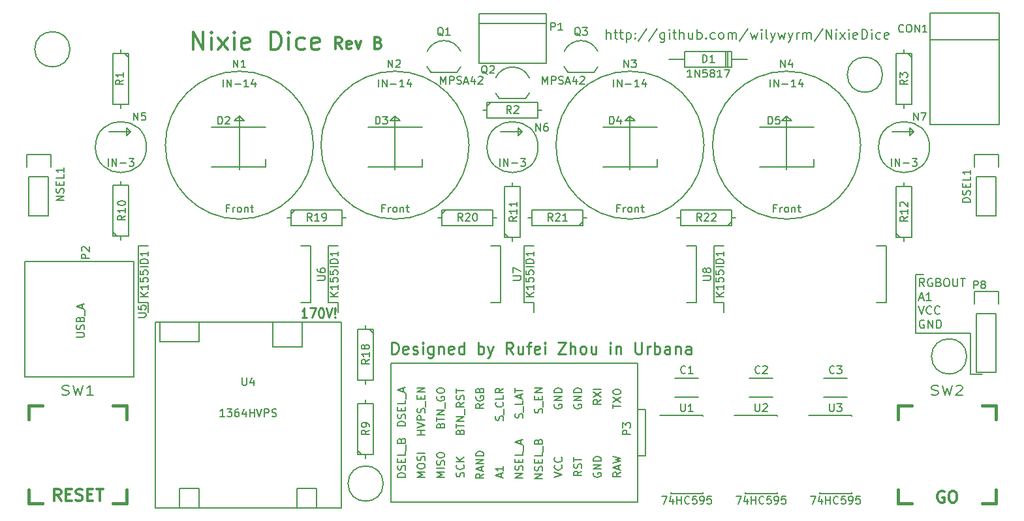
<source format=gbr>
G04 #@! TF.FileFunction,Legend,Top*
%FSLAX46Y46*%
G04 Gerber Fmt 4.6, Leading zero omitted, Abs format (unit mm)*
G04 Created by KiCad (PCBNEW 4.0.4-stable) date 01/05/17 23:55:13*
%MOMM*%
%LPD*%
G01*
G04 APERTURE LIST*
%ADD10C,0.100000*%
%ADD11C,0.177800*%
%ADD12C,0.200000*%
%ADD13C,0.203200*%
%ADD14C,0.254000*%
%ADD15C,0.300000*%
%ADD16C,0.150000*%
%ADD17C,0.381000*%
G04 APERTURE END LIST*
D10*
D11*
X75685954Y-2479524D02*
X75685954Y-1209524D01*
X76230240Y-2479524D02*
X76230240Y-1814286D01*
X76169763Y-1693333D01*
X76048811Y-1632857D01*
X75867383Y-1632857D01*
X75746430Y-1693333D01*
X75685954Y-1753810D01*
X76653573Y-1632857D02*
X77137383Y-1632857D01*
X76835002Y-1209524D02*
X76835002Y-2298095D01*
X76895478Y-2419048D01*
X77016431Y-2479524D01*
X77137383Y-2479524D01*
X77379287Y-1632857D02*
X77863097Y-1632857D01*
X77560716Y-1209524D02*
X77560716Y-2298095D01*
X77621192Y-2419048D01*
X77742145Y-2479524D01*
X77863097Y-2479524D01*
X78286430Y-1632857D02*
X78286430Y-2902857D01*
X78286430Y-1693333D02*
X78407382Y-1632857D01*
X78649287Y-1632857D01*
X78770239Y-1693333D01*
X78830716Y-1753810D01*
X78891192Y-1874762D01*
X78891192Y-2237619D01*
X78830716Y-2358571D01*
X78770239Y-2419048D01*
X78649287Y-2479524D01*
X78407382Y-2479524D01*
X78286430Y-2419048D01*
X79435478Y-2358571D02*
X79495954Y-2419048D01*
X79435478Y-2479524D01*
X79375002Y-2419048D01*
X79435478Y-2358571D01*
X79435478Y-2479524D01*
X79435478Y-1693333D02*
X79495954Y-1753810D01*
X79435478Y-1814286D01*
X79375002Y-1753810D01*
X79435478Y-1693333D01*
X79435478Y-1814286D01*
X80947383Y-1149048D02*
X79858811Y-2781905D01*
X82277859Y-1149048D02*
X81189287Y-2781905D01*
X83245478Y-1632857D02*
X83245478Y-2660952D01*
X83185001Y-2781905D01*
X83124525Y-2842381D01*
X83003573Y-2902857D01*
X82822144Y-2902857D01*
X82701192Y-2842381D01*
X83245478Y-2419048D02*
X83124525Y-2479524D01*
X82882621Y-2479524D01*
X82761668Y-2419048D01*
X82701192Y-2358571D01*
X82640716Y-2237619D01*
X82640716Y-1874762D01*
X82701192Y-1753810D01*
X82761668Y-1693333D01*
X82882621Y-1632857D01*
X83124525Y-1632857D01*
X83245478Y-1693333D01*
X83850240Y-2479524D02*
X83850240Y-1632857D01*
X83850240Y-1209524D02*
X83789764Y-1270000D01*
X83850240Y-1330476D01*
X83910716Y-1270000D01*
X83850240Y-1209524D01*
X83850240Y-1330476D01*
X84273573Y-1632857D02*
X84757383Y-1632857D01*
X84455002Y-1209524D02*
X84455002Y-2298095D01*
X84515478Y-2419048D01*
X84636431Y-2479524D01*
X84757383Y-2479524D01*
X85180716Y-2479524D02*
X85180716Y-1209524D01*
X85725002Y-2479524D02*
X85725002Y-1814286D01*
X85664525Y-1693333D01*
X85543573Y-1632857D01*
X85362145Y-1632857D01*
X85241192Y-1693333D01*
X85180716Y-1753810D01*
X86874050Y-1632857D02*
X86874050Y-2479524D01*
X86329764Y-1632857D02*
X86329764Y-2298095D01*
X86390240Y-2419048D01*
X86511193Y-2479524D01*
X86692621Y-2479524D01*
X86813573Y-2419048D01*
X86874050Y-2358571D01*
X87478812Y-2479524D02*
X87478812Y-1209524D01*
X87478812Y-1693333D02*
X87599764Y-1632857D01*
X87841669Y-1632857D01*
X87962621Y-1693333D01*
X88023098Y-1753810D01*
X88083574Y-1874762D01*
X88083574Y-2237619D01*
X88023098Y-2358571D01*
X87962621Y-2419048D01*
X87841669Y-2479524D01*
X87599764Y-2479524D01*
X87478812Y-2419048D01*
X88627860Y-2358571D02*
X88688336Y-2419048D01*
X88627860Y-2479524D01*
X88567384Y-2419048D01*
X88627860Y-2358571D01*
X88627860Y-2479524D01*
X89776908Y-2419048D02*
X89655955Y-2479524D01*
X89414051Y-2479524D01*
X89293098Y-2419048D01*
X89232622Y-2358571D01*
X89172146Y-2237619D01*
X89172146Y-1874762D01*
X89232622Y-1753810D01*
X89293098Y-1693333D01*
X89414051Y-1632857D01*
X89655955Y-1632857D01*
X89776908Y-1693333D01*
X90502622Y-2479524D02*
X90381669Y-2419048D01*
X90321193Y-2358571D01*
X90260717Y-2237619D01*
X90260717Y-1874762D01*
X90321193Y-1753810D01*
X90381669Y-1693333D01*
X90502622Y-1632857D01*
X90684050Y-1632857D01*
X90805002Y-1693333D01*
X90865479Y-1753810D01*
X90925955Y-1874762D01*
X90925955Y-2237619D01*
X90865479Y-2358571D01*
X90805002Y-2419048D01*
X90684050Y-2479524D01*
X90502622Y-2479524D01*
X91470241Y-2479524D02*
X91470241Y-1632857D01*
X91470241Y-1753810D02*
X91530717Y-1693333D01*
X91651670Y-1632857D01*
X91833098Y-1632857D01*
X91954050Y-1693333D01*
X92014527Y-1814286D01*
X92014527Y-2479524D01*
X92014527Y-1814286D02*
X92075003Y-1693333D01*
X92195955Y-1632857D01*
X92377384Y-1632857D01*
X92498336Y-1693333D01*
X92558812Y-1814286D01*
X92558812Y-2479524D01*
X94070717Y-1149048D02*
X92982145Y-2781905D01*
X94373098Y-1632857D02*
X94615002Y-2479524D01*
X94856907Y-1874762D01*
X95098812Y-2479524D01*
X95340717Y-1632857D01*
X95824526Y-2479524D02*
X95824526Y-1632857D01*
X95824526Y-1209524D02*
X95764050Y-1270000D01*
X95824526Y-1330476D01*
X95885002Y-1270000D01*
X95824526Y-1209524D01*
X95824526Y-1330476D01*
X96610717Y-2479524D02*
X96489764Y-2419048D01*
X96429288Y-2298095D01*
X96429288Y-1209524D01*
X96973574Y-1632857D02*
X97275955Y-2479524D01*
X97578335Y-1632857D02*
X97275955Y-2479524D01*
X97155002Y-2781905D01*
X97094526Y-2842381D01*
X96973574Y-2902857D01*
X97941193Y-1632857D02*
X98183097Y-2479524D01*
X98425002Y-1874762D01*
X98666907Y-2479524D01*
X98908812Y-1632857D01*
X99271669Y-1632857D02*
X99574050Y-2479524D01*
X99876430Y-1632857D02*
X99574050Y-2479524D01*
X99453097Y-2781905D01*
X99392621Y-2842381D01*
X99271669Y-2902857D01*
X100360240Y-2479524D02*
X100360240Y-1632857D01*
X100360240Y-1874762D02*
X100420716Y-1753810D01*
X100481192Y-1693333D01*
X100602145Y-1632857D01*
X100723097Y-1632857D01*
X101146430Y-2479524D02*
X101146430Y-1632857D01*
X101146430Y-1753810D02*
X101206906Y-1693333D01*
X101327859Y-1632857D01*
X101509287Y-1632857D01*
X101630239Y-1693333D01*
X101690716Y-1814286D01*
X101690716Y-2479524D01*
X101690716Y-1814286D02*
X101751192Y-1693333D01*
X101872144Y-1632857D01*
X102053573Y-1632857D01*
X102174525Y-1693333D01*
X102235001Y-1814286D01*
X102235001Y-2479524D01*
X103746906Y-1149048D02*
X102658334Y-2781905D01*
X104170239Y-2479524D02*
X104170239Y-1209524D01*
X104895953Y-2479524D01*
X104895953Y-1209524D01*
X105500715Y-2479524D02*
X105500715Y-1632857D01*
X105500715Y-1209524D02*
X105440239Y-1270000D01*
X105500715Y-1330476D01*
X105561191Y-1270000D01*
X105500715Y-1209524D01*
X105500715Y-1330476D01*
X105984525Y-2479524D02*
X106649763Y-1632857D01*
X105984525Y-1632857D02*
X106649763Y-2479524D01*
X107133572Y-2479524D02*
X107133572Y-1632857D01*
X107133572Y-1209524D02*
X107073096Y-1270000D01*
X107133572Y-1330476D01*
X107194048Y-1270000D01*
X107133572Y-1209524D01*
X107133572Y-1330476D01*
X108222143Y-2419048D02*
X108101191Y-2479524D01*
X107859286Y-2479524D01*
X107738334Y-2419048D01*
X107677858Y-2298095D01*
X107677858Y-1814286D01*
X107738334Y-1693333D01*
X107859286Y-1632857D01*
X108101191Y-1632857D01*
X108222143Y-1693333D01*
X108282620Y-1814286D01*
X108282620Y-1935238D01*
X107677858Y-2056190D01*
X108826905Y-2479524D02*
X108826905Y-1209524D01*
X109129286Y-1209524D01*
X109310714Y-1270000D01*
X109431667Y-1390952D01*
X109492143Y-1511905D01*
X109552619Y-1753810D01*
X109552619Y-1935238D01*
X109492143Y-2177143D01*
X109431667Y-2298095D01*
X109310714Y-2419048D01*
X109129286Y-2479524D01*
X108826905Y-2479524D01*
X110096905Y-2479524D02*
X110096905Y-1632857D01*
X110096905Y-1209524D02*
X110036429Y-1270000D01*
X110096905Y-1330476D01*
X110157381Y-1270000D01*
X110096905Y-1209524D01*
X110096905Y-1330476D01*
X111245953Y-2419048D02*
X111125000Y-2479524D01*
X110883096Y-2479524D01*
X110762143Y-2419048D01*
X110701667Y-2358571D01*
X110641191Y-2237619D01*
X110641191Y-1874762D01*
X110701667Y-1753810D01*
X110762143Y-1693333D01*
X110883096Y-1632857D01*
X111125000Y-1632857D01*
X111245953Y-1693333D01*
X112274047Y-2419048D02*
X112153095Y-2479524D01*
X111911190Y-2479524D01*
X111790238Y-2419048D01*
X111729762Y-2298095D01*
X111729762Y-1814286D01*
X111790238Y-1693333D01*
X111911190Y-1632857D01*
X112153095Y-1632857D01*
X112274047Y-1693333D01*
X112334524Y-1814286D01*
X112334524Y-1935238D01*
X111729762Y-2056190D01*
D12*
X122936000Y-40640000D02*
X122936000Y-45974000D01*
X122428000Y-40640000D02*
X122936000Y-40640000D01*
X115824000Y-33020000D02*
X116840000Y-33020000D01*
X115824000Y-40640000D02*
X115824000Y-33020000D01*
X122936000Y-45974000D02*
X124460000Y-45974000D01*
X122174000Y-40640000D02*
X122428000Y-40640000D01*
X121666000Y-40640000D02*
X122174000Y-40640000D01*
X115824000Y-40640000D02*
X121666000Y-40640000D01*
D13*
X116941600Y-34607500D02*
X116586000Y-34099500D01*
X116332000Y-34607500D02*
X116332000Y-33540700D01*
X116738400Y-33540700D01*
X116840000Y-33591500D01*
X116890800Y-33642300D01*
X116941600Y-33743900D01*
X116941600Y-33896300D01*
X116890800Y-33997900D01*
X116840000Y-34048700D01*
X116738400Y-34099500D01*
X116332000Y-34099500D01*
X117957600Y-33591500D02*
X117856000Y-33540700D01*
X117703600Y-33540700D01*
X117551200Y-33591500D01*
X117449600Y-33693100D01*
X117398800Y-33794700D01*
X117348000Y-33997900D01*
X117348000Y-34150300D01*
X117398800Y-34353500D01*
X117449600Y-34455100D01*
X117551200Y-34556700D01*
X117703600Y-34607500D01*
X117805200Y-34607500D01*
X117957600Y-34556700D01*
X118008400Y-34505900D01*
X118008400Y-34150300D01*
X117805200Y-34150300D01*
X118821200Y-34048700D02*
X118973600Y-34099500D01*
X119024400Y-34150300D01*
X119075200Y-34251900D01*
X119075200Y-34404300D01*
X119024400Y-34505900D01*
X118973600Y-34556700D01*
X118872000Y-34607500D01*
X118465600Y-34607500D01*
X118465600Y-33540700D01*
X118821200Y-33540700D01*
X118922800Y-33591500D01*
X118973600Y-33642300D01*
X119024400Y-33743900D01*
X119024400Y-33845500D01*
X118973600Y-33947100D01*
X118922800Y-33997900D01*
X118821200Y-34048700D01*
X118465600Y-34048700D01*
X119735600Y-33540700D02*
X119938800Y-33540700D01*
X120040400Y-33591500D01*
X120142000Y-33693100D01*
X120192800Y-33896300D01*
X120192800Y-34251900D01*
X120142000Y-34455100D01*
X120040400Y-34556700D01*
X119938800Y-34607500D01*
X119735600Y-34607500D01*
X119634000Y-34556700D01*
X119532400Y-34455100D01*
X119481600Y-34251900D01*
X119481600Y-33896300D01*
X119532400Y-33693100D01*
X119634000Y-33591500D01*
X119735600Y-33540700D01*
X120650000Y-33540700D02*
X120650000Y-34404300D01*
X120700800Y-34505900D01*
X120751600Y-34556700D01*
X120853200Y-34607500D01*
X121056400Y-34607500D01*
X121158000Y-34556700D01*
X121208800Y-34505900D01*
X121259600Y-34404300D01*
X121259600Y-33540700D01*
X121615200Y-33540700D02*
X122224800Y-33540700D01*
X121920000Y-34607500D02*
X121920000Y-33540700D01*
X116281200Y-36106100D02*
X116789200Y-36106100D01*
X116179600Y-36410900D02*
X116535200Y-35344100D01*
X116890800Y-36410900D01*
X117805200Y-36410900D02*
X117195600Y-36410900D01*
X117500400Y-36410900D02*
X117500400Y-35344100D01*
X117398800Y-35496500D01*
X117297200Y-35598100D01*
X117195600Y-35648900D01*
X116179600Y-37147500D02*
X116535200Y-38214300D01*
X116890800Y-37147500D01*
X117856000Y-38112700D02*
X117805200Y-38163500D01*
X117652800Y-38214300D01*
X117551200Y-38214300D01*
X117398800Y-38163500D01*
X117297200Y-38061900D01*
X117246400Y-37960300D01*
X117195600Y-37757100D01*
X117195600Y-37604700D01*
X117246400Y-37401500D01*
X117297200Y-37299900D01*
X117398800Y-37198300D01*
X117551200Y-37147500D01*
X117652800Y-37147500D01*
X117805200Y-37198300D01*
X117856000Y-37249100D01*
X118922800Y-38112700D02*
X118872000Y-38163500D01*
X118719600Y-38214300D01*
X118618000Y-38214300D01*
X118465600Y-38163500D01*
X118364000Y-38061900D01*
X118313200Y-37960300D01*
X118262400Y-37757100D01*
X118262400Y-37604700D01*
X118313200Y-37401500D01*
X118364000Y-37299900D01*
X118465600Y-37198300D01*
X118618000Y-37147500D01*
X118719600Y-37147500D01*
X118872000Y-37198300D01*
X118922800Y-37249100D01*
X116890800Y-39001700D02*
X116789200Y-38950900D01*
X116636800Y-38950900D01*
X116484400Y-39001700D01*
X116382800Y-39103300D01*
X116332000Y-39204900D01*
X116281200Y-39408100D01*
X116281200Y-39560500D01*
X116332000Y-39763700D01*
X116382800Y-39865300D01*
X116484400Y-39966900D01*
X116636800Y-40017700D01*
X116738400Y-40017700D01*
X116890800Y-39966900D01*
X116941600Y-39916100D01*
X116941600Y-39560500D01*
X116738400Y-39560500D01*
X117398800Y-40017700D02*
X117398800Y-38950900D01*
X118008400Y-40017700D01*
X118008400Y-38950900D01*
X118516400Y-40017700D02*
X118516400Y-38950900D01*
X118770400Y-38950900D01*
X118922800Y-39001700D01*
X119024400Y-39103300D01*
X119075200Y-39204900D01*
X119126000Y-39408100D01*
X119126000Y-39560500D01*
X119075200Y-39763700D01*
X119024400Y-39865300D01*
X118922800Y-39966900D01*
X118770400Y-40017700D01*
X118516400Y-40017700D01*
D14*
X36830001Y-38674524D02*
X36176858Y-38674524D01*
X36503430Y-38674524D02*
X36503430Y-37404524D01*
X36394573Y-37585952D01*
X36285715Y-37706905D01*
X36176858Y-37767381D01*
X37211001Y-37404524D02*
X37973001Y-37404524D01*
X37483144Y-38674524D01*
X38626143Y-37404524D02*
X38735000Y-37404524D01*
X38843857Y-37465000D01*
X38898286Y-37525476D01*
X38952715Y-37646429D01*
X39007143Y-37888333D01*
X39007143Y-38190714D01*
X38952715Y-38432619D01*
X38898286Y-38553571D01*
X38843857Y-38614048D01*
X38735000Y-38674524D01*
X38626143Y-38674524D01*
X38517286Y-38614048D01*
X38462857Y-38553571D01*
X38408429Y-38432619D01*
X38354000Y-38190714D01*
X38354000Y-37888333D01*
X38408429Y-37646429D01*
X38462857Y-37525476D01*
X38517286Y-37465000D01*
X38626143Y-37404524D01*
X39333714Y-37404524D02*
X39714714Y-38674524D01*
X40095714Y-37404524D01*
X40476714Y-38553571D02*
X40531142Y-38614048D01*
X40476714Y-38674524D01*
X40422285Y-38614048D01*
X40476714Y-38553571D01*
X40476714Y-38674524D01*
X40476714Y-38190714D02*
X40422285Y-37465000D01*
X40476714Y-37404524D01*
X40531142Y-37465000D01*
X40476714Y-38190714D01*
X40476714Y-37404524D01*
D15*
X41362572Y-3726571D02*
X40862572Y-3012286D01*
X40505429Y-3726571D02*
X40505429Y-2226571D01*
X41076857Y-2226571D01*
X41219715Y-2298000D01*
X41291143Y-2369429D01*
X41362572Y-2512286D01*
X41362572Y-2726571D01*
X41291143Y-2869429D01*
X41219715Y-2940857D01*
X41076857Y-3012286D01*
X40505429Y-3012286D01*
X42576857Y-3655143D02*
X42434000Y-3726571D01*
X42148286Y-3726571D01*
X42005429Y-3655143D01*
X41934000Y-3512286D01*
X41934000Y-2940857D01*
X42005429Y-2798000D01*
X42148286Y-2726571D01*
X42434000Y-2726571D01*
X42576857Y-2798000D01*
X42648286Y-2940857D01*
X42648286Y-3083714D01*
X41934000Y-3226571D01*
X43148286Y-2726571D02*
X43505429Y-3726571D01*
X43862571Y-2726571D01*
X46076857Y-2940857D02*
X46291143Y-3012286D01*
X46362571Y-3083714D01*
X46434000Y-3226571D01*
X46434000Y-3440857D01*
X46362571Y-3583714D01*
X46291143Y-3655143D01*
X46148285Y-3726571D01*
X45576857Y-3726571D01*
X45576857Y-2226571D01*
X46076857Y-2226571D01*
X46219714Y-2298000D01*
X46291143Y-2369429D01*
X46362571Y-2512286D01*
X46362571Y-2655143D01*
X46291143Y-2798000D01*
X46219714Y-2869429D01*
X46076857Y-2940857D01*
X45576857Y-2940857D01*
D14*
X47855143Y-43350571D02*
X47855143Y-41850571D01*
X48212286Y-41850571D01*
X48426571Y-41922000D01*
X48569429Y-42064857D01*
X48640857Y-42207714D01*
X48712286Y-42493429D01*
X48712286Y-42707714D01*
X48640857Y-42993429D01*
X48569429Y-43136286D01*
X48426571Y-43279143D01*
X48212286Y-43350571D01*
X47855143Y-43350571D01*
X49926571Y-43279143D02*
X49783714Y-43350571D01*
X49498000Y-43350571D01*
X49355143Y-43279143D01*
X49283714Y-43136286D01*
X49283714Y-42564857D01*
X49355143Y-42422000D01*
X49498000Y-42350571D01*
X49783714Y-42350571D01*
X49926571Y-42422000D01*
X49998000Y-42564857D01*
X49998000Y-42707714D01*
X49283714Y-42850571D01*
X50569428Y-43279143D02*
X50712285Y-43350571D01*
X50998000Y-43350571D01*
X51140857Y-43279143D01*
X51212285Y-43136286D01*
X51212285Y-43064857D01*
X51140857Y-42922000D01*
X50998000Y-42850571D01*
X50783714Y-42850571D01*
X50640857Y-42779143D01*
X50569428Y-42636286D01*
X50569428Y-42564857D01*
X50640857Y-42422000D01*
X50783714Y-42350571D01*
X50998000Y-42350571D01*
X51140857Y-42422000D01*
X51855143Y-43350571D02*
X51855143Y-42350571D01*
X51855143Y-41850571D02*
X51783714Y-41922000D01*
X51855143Y-41993429D01*
X51926571Y-41922000D01*
X51855143Y-41850571D01*
X51855143Y-41993429D01*
X53212286Y-42350571D02*
X53212286Y-43564857D01*
X53140857Y-43707714D01*
X53069429Y-43779143D01*
X52926572Y-43850571D01*
X52712286Y-43850571D01*
X52569429Y-43779143D01*
X53212286Y-43279143D02*
X53069429Y-43350571D01*
X52783715Y-43350571D01*
X52640857Y-43279143D01*
X52569429Y-43207714D01*
X52498000Y-43064857D01*
X52498000Y-42636286D01*
X52569429Y-42493429D01*
X52640857Y-42422000D01*
X52783715Y-42350571D01*
X53069429Y-42350571D01*
X53212286Y-42422000D01*
X53926572Y-42350571D02*
X53926572Y-43350571D01*
X53926572Y-42493429D02*
X53998000Y-42422000D01*
X54140858Y-42350571D01*
X54355143Y-42350571D01*
X54498000Y-42422000D01*
X54569429Y-42564857D01*
X54569429Y-43350571D01*
X55855143Y-43279143D02*
X55712286Y-43350571D01*
X55426572Y-43350571D01*
X55283715Y-43279143D01*
X55212286Y-43136286D01*
X55212286Y-42564857D01*
X55283715Y-42422000D01*
X55426572Y-42350571D01*
X55712286Y-42350571D01*
X55855143Y-42422000D01*
X55926572Y-42564857D01*
X55926572Y-42707714D01*
X55212286Y-42850571D01*
X57212286Y-43350571D02*
X57212286Y-41850571D01*
X57212286Y-43279143D02*
X57069429Y-43350571D01*
X56783715Y-43350571D01*
X56640857Y-43279143D01*
X56569429Y-43207714D01*
X56498000Y-43064857D01*
X56498000Y-42636286D01*
X56569429Y-42493429D01*
X56640857Y-42422000D01*
X56783715Y-42350571D01*
X57069429Y-42350571D01*
X57212286Y-42422000D01*
X59069429Y-43350571D02*
X59069429Y-41850571D01*
X59069429Y-42422000D02*
X59212286Y-42350571D01*
X59498000Y-42350571D01*
X59640857Y-42422000D01*
X59712286Y-42493429D01*
X59783715Y-42636286D01*
X59783715Y-43064857D01*
X59712286Y-43207714D01*
X59640857Y-43279143D01*
X59498000Y-43350571D01*
X59212286Y-43350571D01*
X59069429Y-43279143D01*
X60283715Y-42350571D02*
X60640858Y-43350571D01*
X60998000Y-42350571D02*
X60640858Y-43350571D01*
X60498000Y-43707714D01*
X60426572Y-43779143D01*
X60283715Y-43850571D01*
X63569429Y-43350571D02*
X63069429Y-42636286D01*
X62712286Y-43350571D02*
X62712286Y-41850571D01*
X63283714Y-41850571D01*
X63426572Y-41922000D01*
X63498000Y-41993429D01*
X63569429Y-42136286D01*
X63569429Y-42350571D01*
X63498000Y-42493429D01*
X63426572Y-42564857D01*
X63283714Y-42636286D01*
X62712286Y-42636286D01*
X64855143Y-42350571D02*
X64855143Y-43350571D01*
X64212286Y-42350571D02*
X64212286Y-43136286D01*
X64283714Y-43279143D01*
X64426572Y-43350571D01*
X64640857Y-43350571D01*
X64783714Y-43279143D01*
X64855143Y-43207714D01*
X65355143Y-42350571D02*
X65926572Y-42350571D01*
X65569429Y-43350571D02*
X65569429Y-42064857D01*
X65640857Y-41922000D01*
X65783715Y-41850571D01*
X65926572Y-41850571D01*
X66998000Y-43279143D02*
X66855143Y-43350571D01*
X66569429Y-43350571D01*
X66426572Y-43279143D01*
X66355143Y-43136286D01*
X66355143Y-42564857D01*
X66426572Y-42422000D01*
X66569429Y-42350571D01*
X66855143Y-42350571D01*
X66998000Y-42422000D01*
X67069429Y-42564857D01*
X67069429Y-42707714D01*
X66355143Y-42850571D01*
X67712286Y-43350571D02*
X67712286Y-42350571D01*
X67712286Y-41850571D02*
X67640857Y-41922000D01*
X67712286Y-41993429D01*
X67783714Y-41922000D01*
X67712286Y-41850571D01*
X67712286Y-41993429D01*
X69426572Y-41850571D02*
X70426572Y-41850571D01*
X69426572Y-43350571D01*
X70426572Y-43350571D01*
X70998000Y-43350571D02*
X70998000Y-41850571D01*
X71640857Y-43350571D02*
X71640857Y-42564857D01*
X71569428Y-42422000D01*
X71426571Y-42350571D01*
X71212286Y-42350571D01*
X71069428Y-42422000D01*
X70998000Y-42493429D01*
X72569429Y-43350571D02*
X72426571Y-43279143D01*
X72355143Y-43207714D01*
X72283714Y-43064857D01*
X72283714Y-42636286D01*
X72355143Y-42493429D01*
X72426571Y-42422000D01*
X72569429Y-42350571D01*
X72783714Y-42350571D01*
X72926571Y-42422000D01*
X72998000Y-42493429D01*
X73069429Y-42636286D01*
X73069429Y-43064857D01*
X72998000Y-43207714D01*
X72926571Y-43279143D01*
X72783714Y-43350571D01*
X72569429Y-43350571D01*
X74355143Y-42350571D02*
X74355143Y-43350571D01*
X73712286Y-42350571D02*
X73712286Y-43136286D01*
X73783714Y-43279143D01*
X73926572Y-43350571D01*
X74140857Y-43350571D01*
X74283714Y-43279143D01*
X74355143Y-43207714D01*
X76212286Y-43350571D02*
X76212286Y-42350571D01*
X76212286Y-41850571D02*
X76140857Y-41922000D01*
X76212286Y-41993429D01*
X76283714Y-41922000D01*
X76212286Y-41850571D01*
X76212286Y-41993429D01*
X76926572Y-42350571D02*
X76926572Y-43350571D01*
X76926572Y-42493429D02*
X76998000Y-42422000D01*
X77140858Y-42350571D01*
X77355143Y-42350571D01*
X77498000Y-42422000D01*
X77569429Y-42564857D01*
X77569429Y-43350571D01*
X79426572Y-41850571D02*
X79426572Y-43064857D01*
X79498000Y-43207714D01*
X79569429Y-43279143D01*
X79712286Y-43350571D01*
X79998000Y-43350571D01*
X80140858Y-43279143D01*
X80212286Y-43207714D01*
X80283715Y-43064857D01*
X80283715Y-41850571D01*
X80998001Y-43350571D02*
X80998001Y-42350571D01*
X80998001Y-42636286D02*
X81069429Y-42493429D01*
X81140858Y-42422000D01*
X81283715Y-42350571D01*
X81426572Y-42350571D01*
X81926572Y-43350571D02*
X81926572Y-41850571D01*
X81926572Y-42422000D02*
X82069429Y-42350571D01*
X82355143Y-42350571D01*
X82498000Y-42422000D01*
X82569429Y-42493429D01*
X82640858Y-42636286D01*
X82640858Y-43064857D01*
X82569429Y-43207714D01*
X82498000Y-43279143D01*
X82355143Y-43350571D01*
X82069429Y-43350571D01*
X81926572Y-43279143D01*
X83926572Y-43350571D02*
X83926572Y-42564857D01*
X83855143Y-42422000D01*
X83712286Y-42350571D01*
X83426572Y-42350571D01*
X83283715Y-42422000D01*
X83926572Y-43279143D02*
X83783715Y-43350571D01*
X83426572Y-43350571D01*
X83283715Y-43279143D01*
X83212286Y-43136286D01*
X83212286Y-42993429D01*
X83283715Y-42850571D01*
X83426572Y-42779143D01*
X83783715Y-42779143D01*
X83926572Y-42707714D01*
X84640858Y-42350571D02*
X84640858Y-43350571D01*
X84640858Y-42493429D02*
X84712286Y-42422000D01*
X84855144Y-42350571D01*
X85069429Y-42350571D01*
X85212286Y-42422000D01*
X85283715Y-42564857D01*
X85283715Y-43350571D01*
X86640858Y-43350571D02*
X86640858Y-42564857D01*
X86569429Y-42422000D01*
X86426572Y-42350571D01*
X86140858Y-42350571D01*
X85998001Y-42422000D01*
X86640858Y-43279143D02*
X86498001Y-43350571D01*
X86140858Y-43350571D01*
X85998001Y-43279143D01*
X85926572Y-43136286D01*
X85926572Y-42993429D01*
X85998001Y-42850571D01*
X86140858Y-42779143D01*
X86498001Y-42779143D01*
X86640858Y-42707714D01*
D15*
X22061715Y-3828143D02*
X22061715Y-1542143D01*
X23368000Y-3828143D01*
X23368000Y-1542143D01*
X24456572Y-3828143D02*
X24456572Y-2304143D01*
X24456572Y-1542143D02*
X24347715Y-1651000D01*
X24456572Y-1759857D01*
X24565429Y-1651000D01*
X24456572Y-1542143D01*
X24456572Y-1759857D01*
X25327428Y-3828143D02*
X26524857Y-2304143D01*
X25327428Y-2304143D02*
X26524857Y-3828143D01*
X27395714Y-3828143D02*
X27395714Y-2304143D01*
X27395714Y-1542143D02*
X27286857Y-1651000D01*
X27395714Y-1759857D01*
X27504571Y-1651000D01*
X27395714Y-1542143D01*
X27395714Y-1759857D01*
X29355142Y-3719286D02*
X29137428Y-3828143D01*
X28701999Y-3828143D01*
X28484285Y-3719286D01*
X28375428Y-3501571D01*
X28375428Y-2630714D01*
X28484285Y-2413000D01*
X28701999Y-2304143D01*
X29137428Y-2304143D01*
X29355142Y-2413000D01*
X29463999Y-2630714D01*
X29463999Y-2848429D01*
X28375428Y-3066143D01*
X32185428Y-3828143D02*
X32185428Y-1542143D01*
X32729713Y-1542143D01*
X33056285Y-1651000D01*
X33273999Y-1868714D01*
X33382856Y-2086429D01*
X33491713Y-2521857D01*
X33491713Y-2848429D01*
X33382856Y-3283857D01*
X33273999Y-3501571D01*
X33056285Y-3719286D01*
X32729713Y-3828143D01*
X32185428Y-3828143D01*
X34471428Y-3828143D02*
X34471428Y-2304143D01*
X34471428Y-1542143D02*
X34362571Y-1651000D01*
X34471428Y-1759857D01*
X34580285Y-1651000D01*
X34471428Y-1542143D01*
X34471428Y-1759857D01*
X36539713Y-3719286D02*
X36321999Y-3828143D01*
X35886570Y-3828143D01*
X35668856Y-3719286D01*
X35559999Y-3610429D01*
X35451142Y-3392714D01*
X35451142Y-2739571D01*
X35559999Y-2521857D01*
X35668856Y-2413000D01*
X35886570Y-2304143D01*
X36321999Y-2304143D01*
X36539713Y-2413000D01*
X38390285Y-3719286D02*
X38172571Y-3828143D01*
X37737142Y-3828143D01*
X37519428Y-3719286D01*
X37410571Y-3501571D01*
X37410571Y-2630714D01*
X37519428Y-2413000D01*
X37737142Y-2304143D01*
X38172571Y-2304143D01*
X38390285Y-2413000D01*
X38499142Y-2630714D01*
X38499142Y-2848429D01*
X37410571Y-3066143D01*
X119495143Y-61226000D02*
X119352286Y-61154571D01*
X119138000Y-61154571D01*
X118923715Y-61226000D01*
X118780857Y-61368857D01*
X118709429Y-61511714D01*
X118638000Y-61797429D01*
X118638000Y-62011714D01*
X118709429Y-62297429D01*
X118780857Y-62440286D01*
X118923715Y-62583143D01*
X119138000Y-62654571D01*
X119280857Y-62654571D01*
X119495143Y-62583143D01*
X119566572Y-62511714D01*
X119566572Y-62011714D01*
X119280857Y-62011714D01*
X120495143Y-61154571D02*
X120780857Y-61154571D01*
X120923715Y-61226000D01*
X121066572Y-61368857D01*
X121138000Y-61654571D01*
X121138000Y-62154571D01*
X121066572Y-62440286D01*
X120923715Y-62583143D01*
X120780857Y-62654571D01*
X120495143Y-62654571D01*
X120352286Y-62583143D01*
X120209429Y-62440286D01*
X120138000Y-62154571D01*
X120138000Y-61654571D01*
X120209429Y-61368857D01*
X120352286Y-61226000D01*
X120495143Y-61154571D01*
X4933429Y-62400571D02*
X4433429Y-61686286D01*
X4076286Y-62400571D02*
X4076286Y-60900571D01*
X4647714Y-60900571D01*
X4790572Y-60972000D01*
X4862000Y-61043429D01*
X4933429Y-61186286D01*
X4933429Y-61400571D01*
X4862000Y-61543429D01*
X4790572Y-61614857D01*
X4647714Y-61686286D01*
X4076286Y-61686286D01*
X5576286Y-61614857D02*
X6076286Y-61614857D01*
X6290572Y-62400571D02*
X5576286Y-62400571D01*
X5576286Y-60900571D01*
X6290572Y-60900571D01*
X6862000Y-62329143D02*
X7076286Y-62400571D01*
X7433429Y-62400571D01*
X7576286Y-62329143D01*
X7647715Y-62257714D01*
X7719143Y-62114857D01*
X7719143Y-61972000D01*
X7647715Y-61829143D01*
X7576286Y-61757714D01*
X7433429Y-61686286D01*
X7147715Y-61614857D01*
X7004857Y-61543429D01*
X6933429Y-61472000D01*
X6862000Y-61329143D01*
X6862000Y-61186286D01*
X6933429Y-61043429D01*
X7004857Y-60972000D01*
X7147715Y-60900571D01*
X7504857Y-60900571D01*
X7719143Y-60972000D01*
X8362000Y-61614857D02*
X8862000Y-61614857D01*
X9076286Y-62400571D02*
X8362000Y-62400571D01*
X8362000Y-60900571D01*
X9076286Y-60900571D01*
X9504857Y-60900571D02*
X10362000Y-60900571D01*
X9933429Y-62400571D02*
X9933429Y-60900571D01*
D16*
X79754000Y-50594000D02*
X80754000Y-50594000D01*
X80754000Y-50594000D02*
X80754000Y-56594000D01*
X80754000Y-56594000D02*
X79754000Y-56594000D01*
X79754000Y-44594000D02*
X79754000Y-62594000D01*
X79754000Y-62594000D02*
X47754000Y-62594000D01*
X47754000Y-62594000D02*
X47754000Y-44594000D01*
X47754000Y-44594000D02*
X79754000Y-44594000D01*
X14353120Y-46355860D02*
X256120Y-46355860D01*
X256120Y-31369860D02*
X14353120Y-31369860D01*
X14353120Y-46355860D02*
X14353120Y-31369860D01*
X256120Y-46355860D02*
X256120Y-31369860D01*
X46736000Y-60198000D02*
G75*
G03X46736000Y-60198000I-2286000J0D01*
G01*
X122428000Y-43688000D02*
G75*
G03X122428000Y-43688000I-2286000J0D01*
G01*
X111506000Y-7112000D02*
G75*
G03X111506000Y-7112000I-2286000J0D01*
G01*
X126674880Y-2603500D02*
X117673120Y-2603500D01*
X126674880Y896620D02*
X117673120Y896620D01*
X117673120Y896620D02*
X117673120Y-13604240D01*
X117673120Y-13604240D02*
X126674880Y-13604240D01*
X126674880Y-13604240D02*
X126674880Y896620D01*
D17*
X762000Y-50038000D02*
X2540000Y-50038000D01*
X11684000Y-50038000D02*
X13462000Y-50038000D01*
X13462000Y-50038000D02*
X13462000Y-51816000D01*
X13462000Y-60960000D02*
X13462000Y-62738000D01*
X13462000Y-62738000D02*
X11684000Y-62738000D01*
X2540000Y-62738000D02*
X762000Y-62738000D01*
X762000Y-62738000D02*
X762000Y-60960000D01*
X762000Y-51816000D02*
X762000Y-50038000D01*
X113538000Y-50038000D02*
X115316000Y-50038000D01*
X124460000Y-50038000D02*
X126238000Y-50038000D01*
X126238000Y-50038000D02*
X126238000Y-51816000D01*
X126238000Y-60960000D02*
X126238000Y-62738000D01*
X126238000Y-62738000D02*
X124460000Y-62738000D01*
X115316000Y-62738000D02*
X113538000Y-62738000D01*
X113538000Y-62738000D02*
X113538000Y-60960000D01*
X113538000Y-51816000D02*
X113538000Y-50038000D01*
D16*
X17780000Y-39243000D02*
X17780000Y-41783000D01*
X17780000Y-41783000D02*
X22860000Y-41783000D01*
X22860000Y-41783000D02*
X22860000Y-39243000D01*
X35560000Y-63373000D02*
X35560000Y-60833000D01*
X35560000Y-60833000D02*
X38100000Y-60833000D01*
X38100000Y-60833000D02*
X38100000Y-63373000D01*
X22860000Y-63373000D02*
X22860000Y-60833000D01*
X22860000Y-60833000D02*
X20320000Y-60833000D01*
X20320000Y-60833000D02*
X20320000Y-63373000D01*
X32385000Y-39243000D02*
X32385000Y-42418000D01*
X32385000Y-42418000D02*
X36195000Y-42418000D01*
X36195000Y-42418000D02*
X36195000Y-39243000D01*
X17145000Y-63373000D02*
X17145000Y-39243000D01*
X17145000Y-39243000D02*
X41275000Y-39243000D01*
X41275000Y-39243000D02*
X41275000Y-63373000D01*
X41275000Y-63373000D02*
X17145000Y-63373000D01*
X14977000Y-36695000D02*
X16247000Y-36695000D01*
X14977000Y-29345000D02*
X16247000Y-29345000D01*
X37347000Y-29345000D02*
X36077000Y-29345000D01*
X37347000Y-36695000D02*
X36077000Y-36695000D01*
X14977000Y-36695000D02*
X14977000Y-29345000D01*
X37347000Y-36695000D02*
X37347000Y-29345000D01*
X16247000Y-36695000D02*
X16247000Y-37980000D01*
X39615000Y-36695000D02*
X40885000Y-36695000D01*
X39615000Y-29345000D02*
X40885000Y-29345000D01*
X61985000Y-29345000D02*
X60715000Y-29345000D01*
X61985000Y-36695000D02*
X60715000Y-36695000D01*
X39615000Y-36695000D02*
X39615000Y-29345000D01*
X61985000Y-36695000D02*
X61985000Y-29345000D01*
X40885000Y-36695000D02*
X40885000Y-37980000D01*
X65015000Y-36695000D02*
X66285000Y-36695000D01*
X65015000Y-29345000D02*
X66285000Y-29345000D01*
X87385000Y-29345000D02*
X86115000Y-29345000D01*
X87385000Y-36695000D02*
X86115000Y-36695000D01*
X65015000Y-36695000D02*
X65015000Y-29345000D01*
X87385000Y-36695000D02*
X87385000Y-29345000D01*
X66285000Y-36695000D02*
X66285000Y-37980000D01*
X89653000Y-36695000D02*
X90923000Y-36695000D01*
X89653000Y-29345000D02*
X90923000Y-29345000D01*
X112023000Y-29345000D02*
X110753000Y-29345000D01*
X112023000Y-36695000D02*
X110753000Y-36695000D01*
X89653000Y-36695000D02*
X89653000Y-29345000D01*
X112023000Y-36695000D02*
X112023000Y-29345000D01*
X90923000Y-36695000D02*
X90923000Y-37980000D01*
X11176000Y-14478000D02*
X13970000Y-14478000D01*
X13970000Y-14478000D02*
X13462000Y-14986000D01*
X13462000Y-14986000D02*
X13462000Y-13970000D01*
X13462000Y-13970000D02*
X13970000Y-14478000D01*
X16011755Y-16510000D02*
G75*
G03X16011755Y-16510000I-3311755J0D01*
G01*
X61976000Y-14478000D02*
X64770000Y-14478000D01*
X64770000Y-14478000D02*
X64262000Y-14986000D01*
X64262000Y-14986000D02*
X64262000Y-13970000D01*
X64262000Y-13970000D02*
X64770000Y-14478000D01*
X66811755Y-16510000D02*
G75*
G03X66811755Y-16510000I-3311755J0D01*
G01*
X112776000Y-14478000D02*
X115570000Y-14478000D01*
X115570000Y-14478000D02*
X115062000Y-14986000D01*
X115062000Y-14986000D02*
X115062000Y-13970000D01*
X115062000Y-13970000D02*
X115570000Y-14478000D01*
X117611755Y-16510000D02*
G75*
G03X117611755Y-16510000I-3311755J0D01*
G01*
X12700000Y-3810000D02*
X12700000Y-4318000D01*
X12700000Y-11430000D02*
X12700000Y-10922000D01*
X12700000Y-10922000D02*
X13716000Y-10922000D01*
X13716000Y-10922000D02*
X13716000Y-4318000D01*
X13716000Y-4318000D02*
X11684000Y-4318000D01*
X11684000Y-4318000D02*
X11684000Y-10922000D01*
X11684000Y-10922000D02*
X12700000Y-10922000D01*
X13208000Y-4318000D02*
X13716000Y-4826000D01*
X59690000Y-11684000D02*
X60198000Y-11684000D01*
X67310000Y-11684000D02*
X66802000Y-11684000D01*
X66802000Y-11684000D02*
X66802000Y-10668000D01*
X66802000Y-10668000D02*
X60198000Y-10668000D01*
X60198000Y-10668000D02*
X60198000Y-12700000D01*
X60198000Y-12700000D02*
X66802000Y-12700000D01*
X66802000Y-12700000D02*
X66802000Y-11684000D01*
X60198000Y-11176000D02*
X60706000Y-10668000D01*
X114300000Y-3810000D02*
X114300000Y-4318000D01*
X114300000Y-11430000D02*
X114300000Y-10922000D01*
X114300000Y-10922000D02*
X115316000Y-10922000D01*
X115316000Y-10922000D02*
X115316000Y-4318000D01*
X115316000Y-4318000D02*
X113284000Y-4318000D01*
X113284000Y-4318000D02*
X113284000Y-10922000D01*
X113284000Y-10922000D02*
X114300000Y-10922000D01*
X114808000Y-4318000D02*
X115316000Y-4826000D01*
X44450000Y-56896000D02*
X44450000Y-56388000D01*
X44450000Y-49276000D02*
X44450000Y-49784000D01*
X44450000Y-49784000D02*
X43434000Y-49784000D01*
X43434000Y-49784000D02*
X43434000Y-56388000D01*
X43434000Y-56388000D02*
X45466000Y-56388000D01*
X45466000Y-56388000D02*
X45466000Y-49784000D01*
X45466000Y-49784000D02*
X44450000Y-49784000D01*
X43942000Y-56388000D02*
X43434000Y-55880000D01*
X12700000Y-28575000D02*
X12700000Y-28067000D01*
X12700000Y-20955000D02*
X12700000Y-21463000D01*
X12700000Y-21463000D02*
X11684000Y-21463000D01*
X11684000Y-21463000D02*
X11684000Y-28067000D01*
X11684000Y-28067000D02*
X13716000Y-28067000D01*
X13716000Y-28067000D02*
X13716000Y-21463000D01*
X13716000Y-21463000D02*
X12700000Y-21463000D01*
X12192000Y-28067000D02*
X11684000Y-27559000D01*
X63500000Y-28702000D02*
X63500000Y-28194000D01*
X63500000Y-21082000D02*
X63500000Y-21590000D01*
X63500000Y-21590000D02*
X62484000Y-21590000D01*
X62484000Y-21590000D02*
X62484000Y-28194000D01*
X62484000Y-28194000D02*
X64516000Y-28194000D01*
X64516000Y-28194000D02*
X64516000Y-21590000D01*
X64516000Y-21590000D02*
X63500000Y-21590000D01*
X62992000Y-28194000D02*
X62484000Y-27686000D01*
X114300000Y-28702000D02*
X114300000Y-28194000D01*
X114300000Y-21082000D02*
X114300000Y-21590000D01*
X114300000Y-21590000D02*
X113284000Y-21590000D01*
X113284000Y-21590000D02*
X113284000Y-28194000D01*
X113284000Y-28194000D02*
X115316000Y-28194000D01*
X115316000Y-28194000D02*
X115316000Y-21590000D01*
X115316000Y-21590000D02*
X114300000Y-21590000D01*
X113792000Y-28194000D02*
X113284000Y-27686000D01*
X44450000Y-39624000D02*
X44450000Y-40132000D01*
X44450000Y-47244000D02*
X44450000Y-46736000D01*
X44450000Y-46736000D02*
X45466000Y-46736000D01*
X45466000Y-46736000D02*
X45466000Y-40132000D01*
X45466000Y-40132000D02*
X43434000Y-40132000D01*
X43434000Y-40132000D02*
X43434000Y-46736000D01*
X43434000Y-46736000D02*
X44450000Y-46736000D01*
X44958000Y-40132000D02*
X45466000Y-40640000D01*
X34290000Y-25654000D02*
X34798000Y-25654000D01*
X41910000Y-25654000D02*
X41402000Y-25654000D01*
X41402000Y-25654000D02*
X41402000Y-24638000D01*
X41402000Y-24638000D02*
X34798000Y-24638000D01*
X34798000Y-24638000D02*
X34798000Y-26670000D01*
X34798000Y-26670000D02*
X41402000Y-26670000D01*
X41402000Y-26670000D02*
X41402000Y-25654000D01*
X34798000Y-25146000D02*
X35306000Y-24638000D01*
X53848000Y-25654000D02*
X54356000Y-25654000D01*
X61468000Y-25654000D02*
X60960000Y-25654000D01*
X60960000Y-25654000D02*
X60960000Y-24638000D01*
X60960000Y-24638000D02*
X54356000Y-24638000D01*
X54356000Y-24638000D02*
X54356000Y-26670000D01*
X54356000Y-26670000D02*
X60960000Y-26670000D01*
X60960000Y-26670000D02*
X60960000Y-25654000D01*
X54356000Y-25146000D02*
X54864000Y-24638000D01*
X73152000Y-25654000D02*
X72644000Y-25654000D01*
X65532000Y-25654000D02*
X66040000Y-25654000D01*
X66040000Y-25654000D02*
X66040000Y-26670000D01*
X66040000Y-26670000D02*
X72644000Y-26670000D01*
X72644000Y-26670000D02*
X72644000Y-24638000D01*
X72644000Y-24638000D02*
X66040000Y-24638000D01*
X66040000Y-24638000D02*
X66040000Y-25654000D01*
X72644000Y-26162000D02*
X72136000Y-26670000D01*
X92456000Y-25654000D02*
X91948000Y-25654000D01*
X84836000Y-25654000D02*
X85344000Y-25654000D01*
X85344000Y-25654000D02*
X85344000Y-26670000D01*
X85344000Y-26670000D02*
X91948000Y-26670000D01*
X91948000Y-26670000D02*
X91948000Y-24638000D01*
X91948000Y-24638000D02*
X85344000Y-24638000D01*
X85344000Y-24638000D02*
X85344000Y-25654000D01*
X91948000Y-26162000D02*
X91440000Y-26670000D01*
X85090000Y-5080000D02*
X83820000Y-5080000D01*
X92710000Y-5080000D02*
X93980000Y-5080000D01*
X92710000Y-5080000D02*
X91948000Y-5080000D01*
X91948000Y-5080000D02*
X91948000Y-4064000D01*
X91948000Y-4064000D02*
X85852000Y-4064000D01*
X85852000Y-4064000D02*
X85852000Y-5080000D01*
X85852000Y-5080000D02*
X85090000Y-5080000D01*
X85852000Y-5080000D02*
X85852000Y-6096000D01*
X85852000Y-6096000D02*
X91948000Y-6096000D01*
X91948000Y-6096000D02*
X91948000Y-5080000D01*
X91440000Y-4064000D02*
X91440000Y-6096000D01*
X91186000Y-6096000D02*
X91186000Y-4064000D01*
X24440000Y-13910000D02*
X31440000Y-13910000D01*
X24440000Y-19110000D02*
X31440000Y-19110000D01*
X31440000Y-19110000D02*
X31440000Y-18110000D01*
X44760000Y-13910000D02*
X51760000Y-13910000D01*
X44760000Y-19110000D02*
X51760000Y-19110000D01*
X51760000Y-19110000D02*
X51760000Y-18110000D01*
X75240000Y-13910000D02*
X82240000Y-13910000D01*
X75240000Y-19110000D02*
X82240000Y-19110000D01*
X82240000Y-19110000D02*
X82240000Y-18110000D01*
X95560000Y-13910000D02*
X102560000Y-13910000D01*
X95560000Y-19110000D02*
X102560000Y-19110000D01*
X102560000Y-19110000D02*
X102560000Y-18110000D01*
X126238000Y-38100000D02*
X126238000Y-45720000D01*
X123698000Y-38100000D02*
X123698000Y-45720000D01*
X123418000Y-35280000D02*
X123418000Y-36830000D01*
X126238000Y-45720000D02*
X123698000Y-45720000D01*
X123698000Y-38100000D02*
X126238000Y-38100000D01*
X126518000Y-36830000D02*
X126518000Y-35280000D01*
X126518000Y-35280000D02*
X123418000Y-35280000D01*
X84586000Y-46502000D02*
X87586000Y-46502000D01*
X87586000Y-49002000D02*
X84586000Y-49002000D01*
X94238000Y-46502000D02*
X97238000Y-46502000D01*
X97238000Y-49002000D02*
X94238000Y-49002000D01*
X103890000Y-46502000D02*
X106890000Y-46502000D01*
X106890000Y-49002000D02*
X103890000Y-49002000D01*
X6096000Y-3810000D02*
G75*
G03X6096000Y-3810000I-2286000J0D01*
G01*
X126518000Y-19050000D02*
X126518000Y-17500000D01*
X126518000Y-17500000D02*
X123418000Y-17500000D01*
X123418000Y-17500000D02*
X123418000Y-19050000D01*
X126238000Y-20320000D02*
X126238000Y-25400000D01*
X126238000Y-25400000D02*
X123698000Y-25400000D01*
X123698000Y-25400000D02*
X123698000Y-20320000D01*
X123698000Y-20320000D02*
X126238000Y-20320000D01*
X3582000Y-19050000D02*
X3582000Y-17500000D01*
X3582000Y-17500000D02*
X482000Y-17500000D01*
X482000Y-17500000D02*
X482000Y-19050000D01*
X3302000Y-20320000D02*
X3302000Y-25400000D01*
X3302000Y-25400000D02*
X762000Y-25400000D01*
X762000Y-25400000D02*
X762000Y-20320000D01*
X762000Y-20320000D02*
X3302000Y-20320000D01*
X52422305Y-6076990D02*
G75*
G03X52910000Y-6780000I2187695J996990D01*
G01*
X56797695Y-6076990D02*
G75*
G02X56310000Y-6780000I-2187695J996990D01*
G01*
X52910000Y-6780000D02*
X56310000Y-6780000D01*
X52425121Y-4086873D02*
G75*
G02X54610000Y-2680000I2184879J-993127D01*
G01*
X56794879Y-4086873D02*
G75*
G03X54610000Y-2680000I-2184879J-993127D01*
G01*
X61312305Y-9505990D02*
G75*
G03X61800000Y-10209000I2187695J996990D01*
G01*
X65687695Y-9505990D02*
G75*
G02X65200000Y-10209000I-2187695J996990D01*
G01*
X61800000Y-10209000D02*
X65200000Y-10209000D01*
X61315121Y-7515873D02*
G75*
G02X63500000Y-6109000I2184879J-993127D01*
G01*
X65684879Y-7515873D02*
G75*
G03X63500000Y-6109000I-2184879J-993127D01*
G01*
X70202305Y-6076990D02*
G75*
G03X70690000Y-6780000I2187695J996990D01*
G01*
X74577695Y-6076990D02*
G75*
G02X74090000Y-6780000I-2187695J996990D01*
G01*
X70690000Y-6780000D02*
X74090000Y-6780000D01*
X70205121Y-4086873D02*
G75*
G02X72390000Y-2680000I2184879J-993127D01*
G01*
X74574879Y-4086873D02*
G75*
G03X72390000Y-2680000I-2184879J-993127D01*
G01*
X84031000Y-51313000D02*
X84031000Y-51338000D01*
X88181000Y-51313000D02*
X88181000Y-51418000D01*
X88181000Y-61463000D02*
X88181000Y-61358000D01*
X84031000Y-61463000D02*
X84031000Y-61358000D01*
X84031000Y-51313000D02*
X88181000Y-51313000D01*
X84031000Y-61463000D02*
X88181000Y-61463000D01*
X84031000Y-51338000D02*
X82656000Y-51338000D01*
X93683000Y-51313000D02*
X93683000Y-51338000D01*
X97833000Y-51313000D02*
X97833000Y-51418000D01*
X97833000Y-61463000D02*
X97833000Y-61358000D01*
X93683000Y-61463000D02*
X93683000Y-61358000D01*
X93683000Y-51313000D02*
X97833000Y-51313000D01*
X93683000Y-61463000D02*
X97833000Y-61463000D01*
X93683000Y-51338000D02*
X92308000Y-51338000D01*
X103335000Y-51313000D02*
X103335000Y-51338000D01*
X107485000Y-51313000D02*
X107485000Y-51418000D01*
X107485000Y-61463000D02*
X107485000Y-61358000D01*
X103335000Y-61463000D02*
X103335000Y-61358000D01*
X103335000Y-51313000D02*
X107485000Y-51313000D01*
X103335000Y-61463000D02*
X107485000Y-61463000D01*
X103335000Y-51338000D02*
X101960000Y-51338000D01*
X28067000Y-19431000D02*
X28067000Y-12446000D01*
X28067000Y-12446000D02*
X27432000Y-13081000D01*
X27432000Y-13081000D02*
X28702000Y-13081000D01*
X28702000Y-13081000D02*
X28067000Y-12446000D01*
X37667000Y-16256000D02*
G75*
G03X37667000Y-16256000I-9600000J0D01*
G01*
X48260000Y-19431000D02*
X48260000Y-12446000D01*
X48260000Y-12446000D02*
X47625000Y-13081000D01*
X47625000Y-13081000D02*
X48895000Y-13081000D01*
X48895000Y-13081000D02*
X48260000Y-12446000D01*
X57860000Y-16256000D02*
G75*
G03X57860000Y-16256000I-9600000J0D01*
G01*
X78740000Y-19431000D02*
X78740000Y-12446000D01*
X78740000Y-12446000D02*
X78105000Y-13081000D01*
X78105000Y-13081000D02*
X79375000Y-13081000D01*
X79375000Y-13081000D02*
X78740000Y-12446000D01*
X88340000Y-16256000D02*
G75*
G03X88340000Y-16256000I-9600000J0D01*
G01*
X99060000Y-19431000D02*
X99060000Y-12446000D01*
X99060000Y-12446000D02*
X98425000Y-13081000D01*
X98425000Y-13081000D02*
X99695000Y-13081000D01*
X99695000Y-13081000D02*
X99060000Y-12446000D01*
X108660000Y-16256000D02*
G75*
G03X108660000Y-16256000I-9600000J0D01*
G01*
X67850900Y769460D02*
X59150900Y769460D01*
X67850900Y-5635540D02*
X59150900Y-5635540D01*
X59150900Y-5635540D02*
X59150900Y769460D01*
X59150900Y-460540D02*
X67850900Y-460540D01*
X67850900Y769460D02*
X67850900Y-5635540D01*
X78811381Y-53824095D02*
X77811381Y-53824095D01*
X77811381Y-53443142D01*
X77859000Y-53347904D01*
X77906619Y-53300285D01*
X78001857Y-53252666D01*
X78144714Y-53252666D01*
X78239952Y-53300285D01*
X78287571Y-53347904D01*
X78335190Y-53443142D01*
X78335190Y-53824095D01*
X77811381Y-52919333D02*
X77811381Y-52300285D01*
X78192333Y-52633619D01*
X78192333Y-52490761D01*
X78239952Y-52395523D01*
X78287571Y-52347904D01*
X78382810Y-52300285D01*
X78620905Y-52300285D01*
X78716143Y-52347904D01*
X78763762Y-52395523D01*
X78811381Y-52490761D01*
X78811381Y-52776476D01*
X78763762Y-52871714D01*
X78716143Y-52919333D01*
X77541381Y-58729476D02*
X77065190Y-59062810D01*
X77541381Y-59300905D02*
X76541381Y-59300905D01*
X76541381Y-58919952D01*
X76589000Y-58824714D01*
X76636619Y-58777095D01*
X76731857Y-58729476D01*
X76874714Y-58729476D01*
X76969952Y-58777095D01*
X77017571Y-58824714D01*
X77065190Y-58919952D01*
X77065190Y-59300905D01*
X77255667Y-58348524D02*
X77255667Y-57872333D01*
X77541381Y-58443762D02*
X76541381Y-58110429D01*
X77541381Y-57777095D01*
X76541381Y-57539000D02*
X77541381Y-57300905D01*
X76827095Y-57110428D01*
X77541381Y-56919952D01*
X76541381Y-56681857D01*
X74049000Y-58800904D02*
X74001381Y-58896142D01*
X74001381Y-59038999D01*
X74049000Y-59181857D01*
X74144238Y-59277095D01*
X74239476Y-59324714D01*
X74429952Y-59372333D01*
X74572810Y-59372333D01*
X74763286Y-59324714D01*
X74858524Y-59277095D01*
X74953762Y-59181857D01*
X75001381Y-59038999D01*
X75001381Y-58943761D01*
X74953762Y-58800904D01*
X74906143Y-58753285D01*
X74572810Y-58753285D01*
X74572810Y-58943761D01*
X75001381Y-58324714D02*
X74001381Y-58324714D01*
X75001381Y-57753285D01*
X74001381Y-57753285D01*
X75001381Y-57277095D02*
X74001381Y-57277095D01*
X74001381Y-57039000D01*
X74049000Y-56896142D01*
X74144238Y-56800904D01*
X74239476Y-56753285D01*
X74429952Y-56705666D01*
X74572810Y-56705666D01*
X74763286Y-56753285D01*
X74858524Y-56800904D01*
X74953762Y-56896142D01*
X75001381Y-57039000D01*
X75001381Y-57277095D01*
X72461381Y-58586619D02*
X71985190Y-58919953D01*
X72461381Y-59158048D02*
X71461381Y-59158048D01*
X71461381Y-58777095D01*
X71509000Y-58681857D01*
X71556619Y-58634238D01*
X71651857Y-58586619D01*
X71794714Y-58586619D01*
X71889952Y-58634238D01*
X71937571Y-58681857D01*
X71985190Y-58777095D01*
X71985190Y-59158048D01*
X72413762Y-58205667D02*
X72461381Y-58062810D01*
X72461381Y-57824714D01*
X72413762Y-57729476D01*
X72366143Y-57681857D01*
X72270905Y-57634238D01*
X72175667Y-57634238D01*
X72080429Y-57681857D01*
X72032810Y-57729476D01*
X71985190Y-57824714D01*
X71937571Y-58015191D01*
X71889952Y-58110429D01*
X71842333Y-58158048D01*
X71747095Y-58205667D01*
X71651857Y-58205667D01*
X71556619Y-58158048D01*
X71509000Y-58110429D01*
X71461381Y-58015191D01*
X71461381Y-57777095D01*
X71509000Y-57634238D01*
X71461381Y-57348524D02*
X71461381Y-56777095D01*
X72461381Y-57062810D02*
X71461381Y-57062810D01*
X68921381Y-59372333D02*
X69921381Y-59039000D01*
X68921381Y-58705666D01*
X69826143Y-57800904D02*
X69873762Y-57848523D01*
X69921381Y-57991380D01*
X69921381Y-58086618D01*
X69873762Y-58229476D01*
X69778524Y-58324714D01*
X69683286Y-58372333D01*
X69492810Y-58419952D01*
X69349952Y-58419952D01*
X69159476Y-58372333D01*
X69064238Y-58324714D01*
X68969000Y-58229476D01*
X68921381Y-58086618D01*
X68921381Y-57991380D01*
X68969000Y-57848523D01*
X69016619Y-57800904D01*
X69826143Y-56800904D02*
X69873762Y-56848523D01*
X69921381Y-56991380D01*
X69921381Y-57086618D01*
X69873762Y-57229476D01*
X69778524Y-57324714D01*
X69683286Y-57372333D01*
X69492810Y-57419952D01*
X69349952Y-57419952D01*
X69159476Y-57372333D01*
X69064238Y-57324714D01*
X68969000Y-57229476D01*
X68921381Y-57086618D01*
X68921381Y-56991380D01*
X68969000Y-56848523D01*
X69016619Y-56800904D01*
X67381381Y-59523000D02*
X66381381Y-59523000D01*
X67381381Y-58951571D01*
X66381381Y-58951571D01*
X67333762Y-58523000D02*
X67381381Y-58380143D01*
X67381381Y-58142047D01*
X67333762Y-58046809D01*
X67286143Y-57999190D01*
X67190905Y-57951571D01*
X67095667Y-57951571D01*
X67000429Y-57999190D01*
X66952810Y-58046809D01*
X66905190Y-58142047D01*
X66857571Y-58332524D01*
X66809952Y-58427762D01*
X66762333Y-58475381D01*
X66667095Y-58523000D01*
X66571857Y-58523000D01*
X66476619Y-58475381D01*
X66429000Y-58427762D01*
X66381381Y-58332524D01*
X66381381Y-58094428D01*
X66429000Y-57951571D01*
X66857571Y-57523000D02*
X66857571Y-57189666D01*
X67381381Y-57046809D02*
X67381381Y-57523000D01*
X66381381Y-57523000D01*
X66381381Y-57046809D01*
X67381381Y-56142047D02*
X67381381Y-56618238D01*
X66381381Y-56618238D01*
X67476619Y-56046809D02*
X67476619Y-55284904D01*
X66857571Y-54713475D02*
X66905190Y-54570618D01*
X66952810Y-54522999D01*
X67048048Y-54475380D01*
X67190905Y-54475380D01*
X67286143Y-54522999D01*
X67333762Y-54570618D01*
X67381381Y-54665856D01*
X67381381Y-55046809D01*
X66381381Y-55046809D01*
X66381381Y-54713475D01*
X66429000Y-54618237D01*
X66476619Y-54570618D01*
X66571857Y-54522999D01*
X66667095Y-54522999D01*
X66762333Y-54570618D01*
X66809952Y-54618237D01*
X66857571Y-54713475D01*
X66857571Y-55046809D01*
X64841381Y-59451572D02*
X63841381Y-59451572D01*
X64841381Y-58880143D01*
X63841381Y-58880143D01*
X64793762Y-58451572D02*
X64841381Y-58308715D01*
X64841381Y-58070619D01*
X64793762Y-57975381D01*
X64746143Y-57927762D01*
X64650905Y-57880143D01*
X64555667Y-57880143D01*
X64460429Y-57927762D01*
X64412810Y-57975381D01*
X64365190Y-58070619D01*
X64317571Y-58261096D01*
X64269952Y-58356334D01*
X64222333Y-58403953D01*
X64127095Y-58451572D01*
X64031857Y-58451572D01*
X63936619Y-58403953D01*
X63889000Y-58356334D01*
X63841381Y-58261096D01*
X63841381Y-58023000D01*
X63889000Y-57880143D01*
X64317571Y-57451572D02*
X64317571Y-57118238D01*
X64841381Y-56975381D02*
X64841381Y-57451572D01*
X63841381Y-57451572D01*
X63841381Y-56975381D01*
X64841381Y-56070619D02*
X64841381Y-56546810D01*
X63841381Y-56546810D01*
X64936619Y-55975381D02*
X64936619Y-55213476D01*
X64555667Y-55023000D02*
X64555667Y-54546809D01*
X64841381Y-55118238D02*
X63841381Y-54784905D01*
X64841381Y-54451571D01*
X62015667Y-59388286D02*
X62015667Y-58912095D01*
X62301381Y-59483524D02*
X61301381Y-59150191D01*
X62301381Y-58816857D01*
X62301381Y-57959714D02*
X62301381Y-58531143D01*
X62301381Y-58245429D02*
X61301381Y-58245429D01*
X61444238Y-58340667D01*
X61539476Y-58435905D01*
X61587095Y-58531143D01*
X59761381Y-58927857D02*
X59285190Y-59261191D01*
X59761381Y-59499286D02*
X58761381Y-59499286D01*
X58761381Y-59118333D01*
X58809000Y-59023095D01*
X58856619Y-58975476D01*
X58951857Y-58927857D01*
X59094714Y-58927857D01*
X59189952Y-58975476D01*
X59237571Y-59023095D01*
X59285190Y-59118333D01*
X59285190Y-59499286D01*
X59475667Y-58546905D02*
X59475667Y-58070714D01*
X59761381Y-58642143D02*
X58761381Y-58308810D01*
X59761381Y-57975476D01*
X59761381Y-57642143D02*
X58761381Y-57642143D01*
X59761381Y-57070714D01*
X58761381Y-57070714D01*
X59761381Y-56594524D02*
X58761381Y-56594524D01*
X58761381Y-56356429D01*
X58809000Y-56213571D01*
X58904238Y-56118333D01*
X58999476Y-56070714D01*
X59189952Y-56023095D01*
X59332810Y-56023095D01*
X59523286Y-56070714D01*
X59618524Y-56118333D01*
X59713762Y-56213571D01*
X59761381Y-56356429D01*
X59761381Y-56594524D01*
X57173762Y-59324714D02*
X57221381Y-59181857D01*
X57221381Y-58943761D01*
X57173762Y-58848523D01*
X57126143Y-58800904D01*
X57030905Y-58753285D01*
X56935667Y-58753285D01*
X56840429Y-58800904D01*
X56792810Y-58848523D01*
X56745190Y-58943761D01*
X56697571Y-59134238D01*
X56649952Y-59229476D01*
X56602333Y-59277095D01*
X56507095Y-59324714D01*
X56411857Y-59324714D01*
X56316619Y-59277095D01*
X56269000Y-59229476D01*
X56221381Y-59134238D01*
X56221381Y-58896142D01*
X56269000Y-58753285D01*
X57126143Y-57753285D02*
X57173762Y-57800904D01*
X57221381Y-57943761D01*
X57221381Y-58038999D01*
X57173762Y-58181857D01*
X57078524Y-58277095D01*
X56983286Y-58324714D01*
X56792810Y-58372333D01*
X56649952Y-58372333D01*
X56459476Y-58324714D01*
X56364238Y-58277095D01*
X56269000Y-58181857D01*
X56221381Y-58038999D01*
X56221381Y-57943761D01*
X56269000Y-57800904D01*
X56316619Y-57753285D01*
X57221381Y-57324714D02*
X56221381Y-57324714D01*
X57221381Y-56753285D02*
X56649952Y-57181857D01*
X56221381Y-56753285D02*
X56792810Y-57324714D01*
X54681381Y-59356428D02*
X53681381Y-59356428D01*
X54395667Y-59023094D01*
X53681381Y-58689761D01*
X54681381Y-58689761D01*
X54681381Y-58213571D02*
X53681381Y-58213571D01*
X54633762Y-57785000D02*
X54681381Y-57642143D01*
X54681381Y-57404047D01*
X54633762Y-57308809D01*
X54586143Y-57261190D01*
X54490905Y-57213571D01*
X54395667Y-57213571D01*
X54300429Y-57261190D01*
X54252810Y-57308809D01*
X54205190Y-57404047D01*
X54157571Y-57594524D01*
X54109952Y-57689762D01*
X54062333Y-57737381D01*
X53967095Y-57785000D01*
X53871857Y-57785000D01*
X53776619Y-57737381D01*
X53729000Y-57689762D01*
X53681381Y-57594524D01*
X53681381Y-57356428D01*
X53729000Y-57213571D01*
X53681381Y-56594524D02*
X53681381Y-56404047D01*
X53729000Y-56308809D01*
X53824238Y-56213571D01*
X54014714Y-56165952D01*
X54348048Y-56165952D01*
X54538524Y-56213571D01*
X54633762Y-56308809D01*
X54681381Y-56404047D01*
X54681381Y-56594524D01*
X54633762Y-56689762D01*
X54538524Y-56785000D01*
X54348048Y-56832619D01*
X54014714Y-56832619D01*
X53824238Y-56785000D01*
X53729000Y-56689762D01*
X53681381Y-56594524D01*
X52141381Y-59356428D02*
X51141381Y-59356428D01*
X51855667Y-59023094D01*
X51141381Y-58689761D01*
X52141381Y-58689761D01*
X51141381Y-58023095D02*
X51141381Y-57832618D01*
X51189000Y-57737380D01*
X51284238Y-57642142D01*
X51474714Y-57594523D01*
X51808048Y-57594523D01*
X51998524Y-57642142D01*
X52093762Y-57737380D01*
X52141381Y-57832618D01*
X52141381Y-58023095D01*
X52093762Y-58118333D01*
X51998524Y-58213571D01*
X51808048Y-58261190D01*
X51474714Y-58261190D01*
X51284238Y-58213571D01*
X51189000Y-58118333D01*
X51141381Y-58023095D01*
X52093762Y-57213571D02*
X52141381Y-57070714D01*
X52141381Y-56832618D01*
X52093762Y-56737380D01*
X52046143Y-56689761D01*
X51950905Y-56642142D01*
X51855667Y-56642142D01*
X51760429Y-56689761D01*
X51712810Y-56737380D01*
X51665190Y-56832618D01*
X51617571Y-57023095D01*
X51569952Y-57118333D01*
X51522333Y-57165952D01*
X51427095Y-57213571D01*
X51331857Y-57213571D01*
X51236619Y-57165952D01*
X51189000Y-57118333D01*
X51141381Y-57023095D01*
X51141381Y-56784999D01*
X51189000Y-56642142D01*
X52141381Y-56213571D02*
X51141381Y-56213571D01*
X49601381Y-59372191D02*
X48601381Y-59372191D01*
X48601381Y-59134096D01*
X48649000Y-58991238D01*
X48744238Y-58896000D01*
X48839476Y-58848381D01*
X49029952Y-58800762D01*
X49172810Y-58800762D01*
X49363286Y-58848381D01*
X49458524Y-58896000D01*
X49553762Y-58991238D01*
X49601381Y-59134096D01*
X49601381Y-59372191D01*
X49553762Y-58419810D02*
X49601381Y-58276953D01*
X49601381Y-58038857D01*
X49553762Y-57943619D01*
X49506143Y-57896000D01*
X49410905Y-57848381D01*
X49315667Y-57848381D01*
X49220429Y-57896000D01*
X49172810Y-57943619D01*
X49125190Y-58038857D01*
X49077571Y-58229334D01*
X49029952Y-58324572D01*
X48982333Y-58372191D01*
X48887095Y-58419810D01*
X48791857Y-58419810D01*
X48696619Y-58372191D01*
X48649000Y-58324572D01*
X48601381Y-58229334D01*
X48601381Y-57991238D01*
X48649000Y-57848381D01*
X49077571Y-57419810D02*
X49077571Y-57086476D01*
X49601381Y-56943619D02*
X49601381Y-57419810D01*
X48601381Y-57419810D01*
X48601381Y-56943619D01*
X49601381Y-56038857D02*
X49601381Y-56515048D01*
X48601381Y-56515048D01*
X49696619Y-55943619D02*
X49696619Y-55181714D01*
X49077571Y-54610285D02*
X49125190Y-54467428D01*
X49172810Y-54419809D01*
X49268048Y-54372190D01*
X49410905Y-54372190D01*
X49506143Y-54419809D01*
X49553762Y-54467428D01*
X49601381Y-54562666D01*
X49601381Y-54943619D01*
X48601381Y-54943619D01*
X48601381Y-54610285D01*
X48649000Y-54515047D01*
X48696619Y-54467428D01*
X48791857Y-54419809D01*
X48887095Y-54419809D01*
X48982333Y-54467428D01*
X49029952Y-54515047D01*
X49077571Y-54610285D01*
X49077571Y-54943619D01*
X49601381Y-52696762D02*
X48601381Y-52696762D01*
X48601381Y-52458667D01*
X48649000Y-52315809D01*
X48744238Y-52220571D01*
X48839476Y-52172952D01*
X49029952Y-52125333D01*
X49172810Y-52125333D01*
X49363286Y-52172952D01*
X49458524Y-52220571D01*
X49553762Y-52315809D01*
X49601381Y-52458667D01*
X49601381Y-52696762D01*
X49553762Y-51744381D02*
X49601381Y-51601524D01*
X49601381Y-51363428D01*
X49553762Y-51268190D01*
X49506143Y-51220571D01*
X49410905Y-51172952D01*
X49315667Y-51172952D01*
X49220429Y-51220571D01*
X49172810Y-51268190D01*
X49125190Y-51363428D01*
X49077571Y-51553905D01*
X49029952Y-51649143D01*
X48982333Y-51696762D01*
X48887095Y-51744381D01*
X48791857Y-51744381D01*
X48696619Y-51696762D01*
X48649000Y-51649143D01*
X48601381Y-51553905D01*
X48601381Y-51315809D01*
X48649000Y-51172952D01*
X49077571Y-50744381D02*
X49077571Y-50411047D01*
X49601381Y-50268190D02*
X49601381Y-50744381D01*
X48601381Y-50744381D01*
X48601381Y-50268190D01*
X49601381Y-49363428D02*
X49601381Y-49839619D01*
X48601381Y-49839619D01*
X49696619Y-49268190D02*
X49696619Y-48506285D01*
X49315667Y-48315809D02*
X49315667Y-47839618D01*
X49601381Y-48411047D02*
X48601381Y-48077714D01*
X49601381Y-47744380D01*
X52141381Y-53847619D02*
X51141381Y-53847619D01*
X51617571Y-53847619D02*
X51617571Y-53276190D01*
X52141381Y-53276190D02*
X51141381Y-53276190D01*
X51141381Y-52942857D02*
X52141381Y-52609524D01*
X51141381Y-52276190D01*
X52141381Y-51942857D02*
X51141381Y-51942857D01*
X51141381Y-51561904D01*
X51189000Y-51466666D01*
X51236619Y-51419047D01*
X51331857Y-51371428D01*
X51474714Y-51371428D01*
X51569952Y-51419047D01*
X51617571Y-51466666D01*
X51665190Y-51561904D01*
X51665190Y-51942857D01*
X52093762Y-50990476D02*
X52141381Y-50847619D01*
X52141381Y-50609523D01*
X52093762Y-50514285D01*
X52046143Y-50466666D01*
X51950905Y-50419047D01*
X51855667Y-50419047D01*
X51760429Y-50466666D01*
X51712810Y-50514285D01*
X51665190Y-50609523D01*
X51617571Y-50800000D01*
X51569952Y-50895238D01*
X51522333Y-50942857D01*
X51427095Y-50990476D01*
X51331857Y-50990476D01*
X51236619Y-50942857D01*
X51189000Y-50895238D01*
X51141381Y-50800000D01*
X51141381Y-50561904D01*
X51189000Y-50419047D01*
X52236619Y-50228571D02*
X52236619Y-49466666D01*
X51617571Y-49228571D02*
X51617571Y-48895237D01*
X52141381Y-48752380D02*
X52141381Y-49228571D01*
X51141381Y-49228571D01*
X51141381Y-48752380D01*
X52141381Y-48323809D02*
X51141381Y-48323809D01*
X52141381Y-47752380D01*
X51141381Y-47752380D01*
X54157571Y-52657095D02*
X54205190Y-52514238D01*
X54252810Y-52466619D01*
X54348048Y-52419000D01*
X54490905Y-52419000D01*
X54586143Y-52466619D01*
X54633762Y-52514238D01*
X54681381Y-52609476D01*
X54681381Y-52990429D01*
X53681381Y-52990429D01*
X53681381Y-52657095D01*
X53729000Y-52561857D01*
X53776619Y-52514238D01*
X53871857Y-52466619D01*
X53967095Y-52466619D01*
X54062333Y-52514238D01*
X54109952Y-52561857D01*
X54157571Y-52657095D01*
X54157571Y-52990429D01*
X53681381Y-52133286D02*
X53681381Y-51561857D01*
X54681381Y-51847572D02*
X53681381Y-51847572D01*
X54681381Y-51228524D02*
X53681381Y-51228524D01*
X54681381Y-50657095D01*
X53681381Y-50657095D01*
X54776619Y-50419000D02*
X54776619Y-49657095D01*
X53729000Y-48895190D02*
X53681381Y-48990428D01*
X53681381Y-49133285D01*
X53729000Y-49276143D01*
X53824238Y-49371381D01*
X53919476Y-49419000D01*
X54109952Y-49466619D01*
X54252810Y-49466619D01*
X54443286Y-49419000D01*
X54538524Y-49371381D01*
X54633762Y-49276143D01*
X54681381Y-49133285D01*
X54681381Y-49038047D01*
X54633762Y-48895190D01*
X54586143Y-48847571D01*
X54252810Y-48847571D01*
X54252810Y-49038047D01*
X53681381Y-48228524D02*
X53681381Y-48038047D01*
X53729000Y-47942809D01*
X53824238Y-47847571D01*
X54014714Y-47799952D01*
X54348048Y-47799952D01*
X54538524Y-47847571D01*
X54633762Y-47942809D01*
X54681381Y-48038047D01*
X54681381Y-48228524D01*
X54633762Y-48323762D01*
X54538524Y-48419000D01*
X54348048Y-48466619D01*
X54014714Y-48466619D01*
X53824238Y-48419000D01*
X53729000Y-48323762D01*
X53681381Y-48228524D01*
X56697571Y-53498428D02*
X56745190Y-53355571D01*
X56792810Y-53307952D01*
X56888048Y-53260333D01*
X57030905Y-53260333D01*
X57126143Y-53307952D01*
X57173762Y-53355571D01*
X57221381Y-53450809D01*
X57221381Y-53831762D01*
X56221381Y-53831762D01*
X56221381Y-53498428D01*
X56269000Y-53403190D01*
X56316619Y-53355571D01*
X56411857Y-53307952D01*
X56507095Y-53307952D01*
X56602333Y-53355571D01*
X56649952Y-53403190D01*
X56697571Y-53498428D01*
X56697571Y-53831762D01*
X56221381Y-52974619D02*
X56221381Y-52403190D01*
X57221381Y-52688905D02*
X56221381Y-52688905D01*
X57221381Y-52069857D02*
X56221381Y-52069857D01*
X57221381Y-51498428D01*
X56221381Y-51498428D01*
X57316619Y-51260333D02*
X57316619Y-50498428D01*
X57221381Y-49688904D02*
X56745190Y-50022238D01*
X57221381Y-50260333D02*
X56221381Y-50260333D01*
X56221381Y-49879380D01*
X56269000Y-49784142D01*
X56316619Y-49736523D01*
X56411857Y-49688904D01*
X56554714Y-49688904D01*
X56649952Y-49736523D01*
X56697571Y-49784142D01*
X56745190Y-49879380D01*
X56745190Y-50260333D01*
X57173762Y-49307952D02*
X57221381Y-49165095D01*
X57221381Y-48926999D01*
X57173762Y-48831761D01*
X57126143Y-48784142D01*
X57030905Y-48736523D01*
X56935667Y-48736523D01*
X56840429Y-48784142D01*
X56792810Y-48831761D01*
X56745190Y-48926999D01*
X56697571Y-49117476D01*
X56649952Y-49212714D01*
X56602333Y-49260333D01*
X56507095Y-49307952D01*
X56411857Y-49307952D01*
X56316619Y-49260333D01*
X56269000Y-49212714D01*
X56221381Y-49117476D01*
X56221381Y-48879380D01*
X56269000Y-48736523D01*
X56221381Y-48450809D02*
X56221381Y-47879380D01*
X57221381Y-48165095D02*
X56221381Y-48165095D01*
X59761381Y-49839476D02*
X59285190Y-50172810D01*
X59761381Y-50410905D02*
X58761381Y-50410905D01*
X58761381Y-50029952D01*
X58809000Y-49934714D01*
X58856619Y-49887095D01*
X58951857Y-49839476D01*
X59094714Y-49839476D01*
X59189952Y-49887095D01*
X59237571Y-49934714D01*
X59285190Y-50029952D01*
X59285190Y-50410905D01*
X58809000Y-48887095D02*
X58761381Y-48982333D01*
X58761381Y-49125190D01*
X58809000Y-49268048D01*
X58904238Y-49363286D01*
X58999476Y-49410905D01*
X59189952Y-49458524D01*
X59332810Y-49458524D01*
X59523286Y-49410905D01*
X59618524Y-49363286D01*
X59713762Y-49268048D01*
X59761381Y-49125190D01*
X59761381Y-49029952D01*
X59713762Y-48887095D01*
X59666143Y-48839476D01*
X59332810Y-48839476D01*
X59332810Y-49029952D01*
X59237571Y-48077571D02*
X59285190Y-47934714D01*
X59332810Y-47887095D01*
X59428048Y-47839476D01*
X59570905Y-47839476D01*
X59666143Y-47887095D01*
X59713762Y-47934714D01*
X59761381Y-48029952D01*
X59761381Y-48410905D01*
X58761381Y-48410905D01*
X58761381Y-48077571D01*
X58809000Y-47982333D01*
X58856619Y-47934714D01*
X58951857Y-47887095D01*
X59047095Y-47887095D01*
X59142333Y-47934714D01*
X59189952Y-47982333D01*
X59237571Y-48077571D01*
X59237571Y-48410905D01*
X62253762Y-51982429D02*
X62301381Y-51839572D01*
X62301381Y-51601476D01*
X62253762Y-51506238D01*
X62206143Y-51458619D01*
X62110905Y-51411000D01*
X62015667Y-51411000D01*
X61920429Y-51458619D01*
X61872810Y-51506238D01*
X61825190Y-51601476D01*
X61777571Y-51791953D01*
X61729952Y-51887191D01*
X61682333Y-51934810D01*
X61587095Y-51982429D01*
X61491857Y-51982429D01*
X61396619Y-51934810D01*
X61349000Y-51887191D01*
X61301381Y-51791953D01*
X61301381Y-51553857D01*
X61349000Y-51411000D01*
X62396619Y-51220524D02*
X62396619Y-50458619D01*
X62206143Y-49649095D02*
X62253762Y-49696714D01*
X62301381Y-49839571D01*
X62301381Y-49934809D01*
X62253762Y-50077667D01*
X62158524Y-50172905D01*
X62063286Y-50220524D01*
X61872810Y-50268143D01*
X61729952Y-50268143D01*
X61539476Y-50220524D01*
X61444238Y-50172905D01*
X61349000Y-50077667D01*
X61301381Y-49934809D01*
X61301381Y-49839571D01*
X61349000Y-49696714D01*
X61396619Y-49649095D01*
X62301381Y-48744333D02*
X62301381Y-49220524D01*
X61301381Y-49220524D01*
X62301381Y-47839571D02*
X61825190Y-48172905D01*
X62301381Y-48411000D02*
X61301381Y-48411000D01*
X61301381Y-48030047D01*
X61349000Y-47934809D01*
X61396619Y-47887190D01*
X61491857Y-47839571D01*
X61634714Y-47839571D01*
X61729952Y-47887190D01*
X61777571Y-47934809D01*
X61825190Y-48030047D01*
X61825190Y-48411000D01*
X64793762Y-51664953D02*
X64841381Y-51522096D01*
X64841381Y-51284000D01*
X64793762Y-51188762D01*
X64746143Y-51141143D01*
X64650905Y-51093524D01*
X64555667Y-51093524D01*
X64460429Y-51141143D01*
X64412810Y-51188762D01*
X64365190Y-51284000D01*
X64317571Y-51474477D01*
X64269952Y-51569715D01*
X64222333Y-51617334D01*
X64127095Y-51664953D01*
X64031857Y-51664953D01*
X63936619Y-51617334D01*
X63889000Y-51569715D01*
X63841381Y-51474477D01*
X63841381Y-51236381D01*
X63889000Y-51093524D01*
X64936619Y-50903048D02*
X64936619Y-50141143D01*
X64841381Y-49426857D02*
X64841381Y-49903048D01*
X63841381Y-49903048D01*
X64555667Y-49141143D02*
X64555667Y-48664952D01*
X64841381Y-49236381D02*
X63841381Y-48903048D01*
X64841381Y-48569714D01*
X63841381Y-48379238D02*
X63841381Y-47807809D01*
X64841381Y-48093524D02*
X63841381Y-48093524D01*
X67333762Y-51045857D02*
X67381381Y-50903000D01*
X67381381Y-50664904D01*
X67333762Y-50569666D01*
X67286143Y-50522047D01*
X67190905Y-50474428D01*
X67095667Y-50474428D01*
X67000429Y-50522047D01*
X66952810Y-50569666D01*
X66905190Y-50664904D01*
X66857571Y-50855381D01*
X66809952Y-50950619D01*
X66762333Y-50998238D01*
X66667095Y-51045857D01*
X66571857Y-51045857D01*
X66476619Y-50998238D01*
X66429000Y-50950619D01*
X66381381Y-50855381D01*
X66381381Y-50617285D01*
X66429000Y-50474428D01*
X67476619Y-50283952D02*
X67476619Y-49522047D01*
X66857571Y-49283952D02*
X66857571Y-48950618D01*
X67381381Y-48807761D02*
X67381381Y-49283952D01*
X66381381Y-49283952D01*
X66381381Y-48807761D01*
X67381381Y-48379190D02*
X66381381Y-48379190D01*
X67381381Y-47807761D01*
X66381381Y-47807761D01*
X68969000Y-49910904D02*
X68921381Y-50006142D01*
X68921381Y-50148999D01*
X68969000Y-50291857D01*
X69064238Y-50387095D01*
X69159476Y-50434714D01*
X69349952Y-50482333D01*
X69492810Y-50482333D01*
X69683286Y-50434714D01*
X69778524Y-50387095D01*
X69873762Y-50291857D01*
X69921381Y-50148999D01*
X69921381Y-50053761D01*
X69873762Y-49910904D01*
X69826143Y-49863285D01*
X69492810Y-49863285D01*
X69492810Y-50053761D01*
X69921381Y-49434714D02*
X68921381Y-49434714D01*
X69921381Y-48863285D01*
X68921381Y-48863285D01*
X69921381Y-48387095D02*
X68921381Y-48387095D01*
X68921381Y-48149000D01*
X68969000Y-48006142D01*
X69064238Y-47910904D01*
X69159476Y-47863285D01*
X69349952Y-47815666D01*
X69492810Y-47815666D01*
X69683286Y-47863285D01*
X69778524Y-47910904D01*
X69873762Y-48006142D01*
X69921381Y-48149000D01*
X69921381Y-48387095D01*
X71509000Y-49910904D02*
X71461381Y-50006142D01*
X71461381Y-50148999D01*
X71509000Y-50291857D01*
X71604238Y-50387095D01*
X71699476Y-50434714D01*
X71889952Y-50482333D01*
X72032810Y-50482333D01*
X72223286Y-50434714D01*
X72318524Y-50387095D01*
X72413762Y-50291857D01*
X72461381Y-50148999D01*
X72461381Y-50053761D01*
X72413762Y-49910904D01*
X72366143Y-49863285D01*
X72032810Y-49863285D01*
X72032810Y-50053761D01*
X72461381Y-49434714D02*
X71461381Y-49434714D01*
X72461381Y-48863285D01*
X71461381Y-48863285D01*
X72461381Y-48387095D02*
X71461381Y-48387095D01*
X71461381Y-48149000D01*
X71509000Y-48006142D01*
X71604238Y-47910904D01*
X71699476Y-47863285D01*
X71889952Y-47815666D01*
X72032810Y-47815666D01*
X72223286Y-47863285D01*
X72318524Y-47910904D01*
X72413762Y-48006142D01*
X72461381Y-48149000D01*
X72461381Y-48387095D01*
X75001381Y-49299761D02*
X74525190Y-49633095D01*
X75001381Y-49871190D02*
X74001381Y-49871190D01*
X74001381Y-49490237D01*
X74049000Y-49394999D01*
X74096619Y-49347380D01*
X74191857Y-49299761D01*
X74334714Y-49299761D01*
X74429952Y-49347380D01*
X74477571Y-49394999D01*
X74525190Y-49490237D01*
X74525190Y-49871190D01*
X74001381Y-48966428D02*
X75001381Y-48299761D01*
X74001381Y-48299761D02*
X75001381Y-48966428D01*
X75001381Y-47918809D02*
X74001381Y-47918809D01*
X76541381Y-50434714D02*
X76541381Y-49863285D01*
X77541381Y-50149000D02*
X76541381Y-50149000D01*
X76541381Y-49625190D02*
X77541381Y-48958523D01*
X76541381Y-48958523D02*
X77541381Y-49625190D01*
X76541381Y-48387095D02*
X76541381Y-48196618D01*
X76589000Y-48101380D01*
X76684238Y-48006142D01*
X76874714Y-47958523D01*
X77208048Y-47958523D01*
X77398524Y-48006142D01*
X77493762Y-48101380D01*
X77541381Y-48196618D01*
X77541381Y-48387095D01*
X77493762Y-48482333D01*
X77398524Y-48577571D01*
X77208048Y-48625190D01*
X76874714Y-48625190D01*
X76684238Y-48577571D01*
X76589000Y-48482333D01*
X76541381Y-48387095D01*
X8580381Y-30964095D02*
X7580381Y-30964095D01*
X7580381Y-30583142D01*
X7628000Y-30487904D01*
X7675619Y-30440285D01*
X7770857Y-30392666D01*
X7913714Y-30392666D01*
X8008952Y-30440285D01*
X8056571Y-30487904D01*
X8104190Y-30583142D01*
X8104190Y-30964095D01*
X7675619Y-30011714D02*
X7628000Y-29964095D01*
X7580381Y-29868857D01*
X7580381Y-29630761D01*
X7628000Y-29535523D01*
X7675619Y-29487904D01*
X7770857Y-29440285D01*
X7866095Y-29440285D01*
X8008952Y-29487904D01*
X8580381Y-30059333D01*
X8580381Y-29440285D01*
X6945381Y-41187429D02*
X7754905Y-41187429D01*
X7850143Y-41139810D01*
X7897762Y-41092191D01*
X7945381Y-40996953D01*
X7945381Y-40806476D01*
X7897762Y-40711238D01*
X7850143Y-40663619D01*
X7754905Y-40616000D01*
X6945381Y-40616000D01*
X7897762Y-40187429D02*
X7945381Y-40044572D01*
X7945381Y-39806476D01*
X7897762Y-39711238D01*
X7850143Y-39663619D01*
X7754905Y-39616000D01*
X7659667Y-39616000D01*
X7564429Y-39663619D01*
X7516810Y-39711238D01*
X7469190Y-39806476D01*
X7421571Y-39996953D01*
X7373952Y-40092191D01*
X7326333Y-40139810D01*
X7231095Y-40187429D01*
X7135857Y-40187429D01*
X7040619Y-40139810D01*
X6993000Y-40092191D01*
X6945381Y-39996953D01*
X6945381Y-39758857D01*
X6993000Y-39616000D01*
X7421571Y-38854095D02*
X7469190Y-38711238D01*
X7516810Y-38663619D01*
X7612048Y-38616000D01*
X7754905Y-38616000D01*
X7850143Y-38663619D01*
X7897762Y-38711238D01*
X7945381Y-38806476D01*
X7945381Y-39187429D01*
X6945381Y-39187429D01*
X6945381Y-38854095D01*
X6993000Y-38758857D01*
X7040619Y-38711238D01*
X7135857Y-38663619D01*
X7231095Y-38663619D01*
X7326333Y-38711238D01*
X7373952Y-38758857D01*
X7421571Y-38854095D01*
X7421571Y-39187429D01*
X8040619Y-38425524D02*
X8040619Y-37663619D01*
X7659667Y-37473143D02*
X7659667Y-36996952D01*
X7945381Y-37568381D02*
X6945381Y-37235048D01*
X7945381Y-36901714D01*
X114228715Y-1500143D02*
X114181096Y-1547762D01*
X114038239Y-1595381D01*
X113943001Y-1595381D01*
X113800143Y-1547762D01*
X113704905Y-1452524D01*
X113657286Y-1357286D01*
X113609667Y-1166810D01*
X113609667Y-1023952D01*
X113657286Y-833476D01*
X113704905Y-738238D01*
X113800143Y-643000D01*
X113943001Y-595381D01*
X114038239Y-595381D01*
X114181096Y-643000D01*
X114228715Y-690619D01*
X114847762Y-595381D02*
X115038239Y-595381D01*
X115133477Y-643000D01*
X115228715Y-738238D01*
X115276334Y-928714D01*
X115276334Y-1262048D01*
X115228715Y-1452524D01*
X115133477Y-1547762D01*
X115038239Y-1595381D01*
X114847762Y-1595381D01*
X114752524Y-1547762D01*
X114657286Y-1452524D01*
X114609667Y-1262048D01*
X114609667Y-928714D01*
X114657286Y-738238D01*
X114752524Y-643000D01*
X114847762Y-595381D01*
X115704905Y-1595381D02*
X115704905Y-595381D01*
X116276334Y-1595381D01*
X116276334Y-595381D01*
X117276334Y-1595381D02*
X116704905Y-1595381D01*
X116990619Y-1595381D02*
X116990619Y-595381D01*
X116895381Y-738238D01*
X116800143Y-833476D01*
X116704905Y-881095D01*
D13*
X5080000Y-48647048D02*
X5297714Y-48707524D01*
X5660571Y-48707524D01*
X5805714Y-48647048D01*
X5878285Y-48586571D01*
X5950857Y-48465619D01*
X5950857Y-48344667D01*
X5878285Y-48223714D01*
X5805714Y-48163238D01*
X5660571Y-48102762D01*
X5370285Y-48042286D01*
X5225143Y-47981810D01*
X5152571Y-47921333D01*
X5080000Y-47800381D01*
X5080000Y-47679429D01*
X5152571Y-47558476D01*
X5225143Y-47498000D01*
X5370285Y-47437524D01*
X5733143Y-47437524D01*
X5950857Y-47498000D01*
X6458857Y-47437524D02*
X6821714Y-48707524D01*
X7112000Y-47800381D01*
X7402286Y-48707524D01*
X7765143Y-47437524D01*
X9144000Y-48707524D02*
X8273143Y-48707524D01*
X8708571Y-48707524D02*
X8708571Y-47437524D01*
X8563428Y-47618952D01*
X8418286Y-47739905D01*
X8273143Y-47800381D01*
X117856000Y-48647048D02*
X118073714Y-48707524D01*
X118436571Y-48707524D01*
X118581714Y-48647048D01*
X118654285Y-48586571D01*
X118726857Y-48465619D01*
X118726857Y-48344667D01*
X118654285Y-48223714D01*
X118581714Y-48163238D01*
X118436571Y-48102762D01*
X118146285Y-48042286D01*
X118001143Y-47981810D01*
X117928571Y-47921333D01*
X117856000Y-47800381D01*
X117856000Y-47679429D01*
X117928571Y-47558476D01*
X118001143Y-47498000D01*
X118146285Y-47437524D01*
X118509143Y-47437524D01*
X118726857Y-47498000D01*
X119234857Y-47437524D02*
X119597714Y-48707524D01*
X119888000Y-47800381D01*
X120178286Y-48707524D01*
X120541143Y-47437524D01*
X121049143Y-47558476D02*
X121121714Y-47498000D01*
X121266857Y-47437524D01*
X121629714Y-47437524D01*
X121774857Y-47498000D01*
X121847428Y-47558476D01*
X121920000Y-47679429D01*
X121920000Y-47800381D01*
X121847428Y-47981810D01*
X120976571Y-48707524D01*
X121920000Y-48707524D01*
D16*
X28448095Y-46442381D02*
X28448095Y-47251905D01*
X28495714Y-47347143D01*
X28543333Y-47394762D01*
X28638571Y-47442381D01*
X28829048Y-47442381D01*
X28924286Y-47394762D01*
X28971905Y-47347143D01*
X29019524Y-47251905D01*
X29019524Y-46442381D01*
X29924286Y-46775714D02*
X29924286Y-47442381D01*
X29686190Y-46394762D02*
X29448095Y-47109048D01*
X30067143Y-47109048D01*
X26138572Y-51506381D02*
X25567143Y-51506381D01*
X25852857Y-51506381D02*
X25852857Y-50506381D01*
X25757619Y-50649238D01*
X25662381Y-50744476D01*
X25567143Y-50792095D01*
X26471905Y-50506381D02*
X27090953Y-50506381D01*
X26757619Y-50887333D01*
X26900477Y-50887333D01*
X26995715Y-50934952D01*
X27043334Y-50982571D01*
X27090953Y-51077810D01*
X27090953Y-51315905D01*
X27043334Y-51411143D01*
X26995715Y-51458762D01*
X26900477Y-51506381D01*
X26614762Y-51506381D01*
X26519524Y-51458762D01*
X26471905Y-51411143D01*
X27948096Y-50506381D02*
X27757619Y-50506381D01*
X27662381Y-50554000D01*
X27614762Y-50601619D01*
X27519524Y-50744476D01*
X27471905Y-50934952D01*
X27471905Y-51315905D01*
X27519524Y-51411143D01*
X27567143Y-51458762D01*
X27662381Y-51506381D01*
X27852858Y-51506381D01*
X27948096Y-51458762D01*
X27995715Y-51411143D01*
X28043334Y-51315905D01*
X28043334Y-51077810D01*
X27995715Y-50982571D01*
X27948096Y-50934952D01*
X27852858Y-50887333D01*
X27662381Y-50887333D01*
X27567143Y-50934952D01*
X27519524Y-50982571D01*
X27471905Y-51077810D01*
X28900477Y-50839714D02*
X28900477Y-51506381D01*
X28662381Y-50458762D02*
X28424286Y-51173048D01*
X29043334Y-51173048D01*
X29424286Y-51506381D02*
X29424286Y-50506381D01*
X29424286Y-50982571D02*
X29995715Y-50982571D01*
X29995715Y-51506381D02*
X29995715Y-50506381D01*
X30329048Y-50506381D02*
X30662381Y-51506381D01*
X30995715Y-50506381D01*
X31329048Y-51506381D02*
X31329048Y-50506381D01*
X31710001Y-50506381D01*
X31805239Y-50554000D01*
X31852858Y-50601619D01*
X31900477Y-50696857D01*
X31900477Y-50839714D01*
X31852858Y-50934952D01*
X31805239Y-50982571D01*
X31710001Y-51030190D01*
X31329048Y-51030190D01*
X32281429Y-51458762D02*
X32424286Y-51506381D01*
X32662382Y-51506381D01*
X32757620Y-51458762D01*
X32805239Y-51411143D01*
X32852858Y-51315905D01*
X32852858Y-51220667D01*
X32805239Y-51125429D01*
X32757620Y-51077810D01*
X32662382Y-51030190D01*
X32471905Y-50982571D01*
X32376667Y-50934952D01*
X32329048Y-50887333D01*
X32281429Y-50792095D01*
X32281429Y-50696857D01*
X32329048Y-50601619D01*
X32376667Y-50554000D01*
X32471905Y-50506381D01*
X32710001Y-50506381D01*
X32852858Y-50554000D01*
X14946381Y-38607905D02*
X15755905Y-38607905D01*
X15851143Y-38560286D01*
X15898762Y-38512667D01*
X15946381Y-38417429D01*
X15946381Y-38226952D01*
X15898762Y-38131714D01*
X15851143Y-38084095D01*
X15755905Y-38036476D01*
X14946381Y-38036476D01*
X14946381Y-37084095D02*
X14946381Y-37560286D01*
X15422571Y-37607905D01*
X15374952Y-37560286D01*
X15327333Y-37465048D01*
X15327333Y-37226952D01*
X15374952Y-37131714D01*
X15422571Y-37084095D01*
X15517810Y-37036476D01*
X15755905Y-37036476D01*
X15851143Y-37084095D01*
X15898762Y-37131714D01*
X15946381Y-37226952D01*
X15946381Y-37465048D01*
X15898762Y-37560286D01*
X15851143Y-37607905D01*
X16200381Y-35924762D02*
X15200381Y-35924762D01*
X16200381Y-35353333D02*
X15628952Y-35781905D01*
X15200381Y-35353333D02*
X15771810Y-35924762D01*
X16200381Y-34400952D02*
X16200381Y-34972381D01*
X16200381Y-34686667D02*
X15200381Y-34686667D01*
X15343238Y-34781905D01*
X15438476Y-34877143D01*
X15486095Y-34972381D01*
X15200381Y-33496190D02*
X15200381Y-33972381D01*
X15676571Y-34020000D01*
X15628952Y-33972381D01*
X15581333Y-33877143D01*
X15581333Y-33639047D01*
X15628952Y-33543809D01*
X15676571Y-33496190D01*
X15771810Y-33448571D01*
X16009905Y-33448571D01*
X16105143Y-33496190D01*
X16152762Y-33543809D01*
X16200381Y-33639047D01*
X16200381Y-33877143D01*
X16152762Y-33972381D01*
X16105143Y-34020000D01*
X15200381Y-32543809D02*
X15200381Y-33020000D01*
X15676571Y-33067619D01*
X15628952Y-33020000D01*
X15581333Y-32924762D01*
X15581333Y-32686666D01*
X15628952Y-32591428D01*
X15676571Y-32543809D01*
X15771810Y-32496190D01*
X16009905Y-32496190D01*
X16105143Y-32543809D01*
X16152762Y-32591428D01*
X16200381Y-32686666D01*
X16200381Y-32924762D01*
X16152762Y-33020000D01*
X16105143Y-33067619D01*
X16200381Y-32067619D02*
X15200381Y-32067619D01*
X16200381Y-31591429D02*
X15200381Y-31591429D01*
X15200381Y-31353334D01*
X15248000Y-31210476D01*
X15343238Y-31115238D01*
X15438476Y-31067619D01*
X15628952Y-31020000D01*
X15771810Y-31020000D01*
X15962286Y-31067619D01*
X16057524Y-31115238D01*
X16152762Y-31210476D01*
X16200381Y-31353334D01*
X16200381Y-31591429D01*
X16200381Y-30067619D02*
X16200381Y-30639048D01*
X16200381Y-30353334D02*
X15200381Y-30353334D01*
X15343238Y-30448572D01*
X15438476Y-30543810D01*
X15486095Y-30639048D01*
X38187381Y-33781905D02*
X38996905Y-33781905D01*
X39092143Y-33734286D01*
X39139762Y-33686667D01*
X39187381Y-33591429D01*
X39187381Y-33400952D01*
X39139762Y-33305714D01*
X39092143Y-33258095D01*
X38996905Y-33210476D01*
X38187381Y-33210476D01*
X38187381Y-32305714D02*
X38187381Y-32496191D01*
X38235000Y-32591429D01*
X38282619Y-32639048D01*
X38425476Y-32734286D01*
X38615952Y-32781905D01*
X38996905Y-32781905D01*
X39092143Y-32734286D01*
X39139762Y-32686667D01*
X39187381Y-32591429D01*
X39187381Y-32400952D01*
X39139762Y-32305714D01*
X39092143Y-32258095D01*
X38996905Y-32210476D01*
X38758810Y-32210476D01*
X38663571Y-32258095D01*
X38615952Y-32305714D01*
X38568333Y-32400952D01*
X38568333Y-32591429D01*
X38615952Y-32686667D01*
X38663571Y-32734286D01*
X38758810Y-32781905D01*
X40838381Y-35924762D02*
X39838381Y-35924762D01*
X40838381Y-35353333D02*
X40266952Y-35781905D01*
X39838381Y-35353333D02*
X40409810Y-35924762D01*
X40838381Y-34400952D02*
X40838381Y-34972381D01*
X40838381Y-34686667D02*
X39838381Y-34686667D01*
X39981238Y-34781905D01*
X40076476Y-34877143D01*
X40124095Y-34972381D01*
X39838381Y-33496190D02*
X39838381Y-33972381D01*
X40314571Y-34020000D01*
X40266952Y-33972381D01*
X40219333Y-33877143D01*
X40219333Y-33639047D01*
X40266952Y-33543809D01*
X40314571Y-33496190D01*
X40409810Y-33448571D01*
X40647905Y-33448571D01*
X40743143Y-33496190D01*
X40790762Y-33543809D01*
X40838381Y-33639047D01*
X40838381Y-33877143D01*
X40790762Y-33972381D01*
X40743143Y-34020000D01*
X39838381Y-32543809D02*
X39838381Y-33020000D01*
X40314571Y-33067619D01*
X40266952Y-33020000D01*
X40219333Y-32924762D01*
X40219333Y-32686666D01*
X40266952Y-32591428D01*
X40314571Y-32543809D01*
X40409810Y-32496190D01*
X40647905Y-32496190D01*
X40743143Y-32543809D01*
X40790762Y-32591428D01*
X40838381Y-32686666D01*
X40838381Y-32924762D01*
X40790762Y-33020000D01*
X40743143Y-33067619D01*
X40838381Y-32067619D02*
X39838381Y-32067619D01*
X40838381Y-31591429D02*
X39838381Y-31591429D01*
X39838381Y-31353334D01*
X39886000Y-31210476D01*
X39981238Y-31115238D01*
X40076476Y-31067619D01*
X40266952Y-31020000D01*
X40409810Y-31020000D01*
X40600286Y-31067619D01*
X40695524Y-31115238D01*
X40790762Y-31210476D01*
X40838381Y-31353334D01*
X40838381Y-31591429D01*
X40838381Y-30067619D02*
X40838381Y-30639048D01*
X40838381Y-30353334D02*
X39838381Y-30353334D01*
X39981238Y-30448572D01*
X40076476Y-30543810D01*
X40124095Y-30639048D01*
X63587381Y-33781905D02*
X64396905Y-33781905D01*
X64492143Y-33734286D01*
X64539762Y-33686667D01*
X64587381Y-33591429D01*
X64587381Y-33400952D01*
X64539762Y-33305714D01*
X64492143Y-33258095D01*
X64396905Y-33210476D01*
X63587381Y-33210476D01*
X63587381Y-32829524D02*
X63587381Y-32162857D01*
X64587381Y-32591429D01*
X66238381Y-35924762D02*
X65238381Y-35924762D01*
X66238381Y-35353333D02*
X65666952Y-35781905D01*
X65238381Y-35353333D02*
X65809810Y-35924762D01*
X66238381Y-34400952D02*
X66238381Y-34972381D01*
X66238381Y-34686667D02*
X65238381Y-34686667D01*
X65381238Y-34781905D01*
X65476476Y-34877143D01*
X65524095Y-34972381D01*
X65238381Y-33496190D02*
X65238381Y-33972381D01*
X65714571Y-34020000D01*
X65666952Y-33972381D01*
X65619333Y-33877143D01*
X65619333Y-33639047D01*
X65666952Y-33543809D01*
X65714571Y-33496190D01*
X65809810Y-33448571D01*
X66047905Y-33448571D01*
X66143143Y-33496190D01*
X66190762Y-33543809D01*
X66238381Y-33639047D01*
X66238381Y-33877143D01*
X66190762Y-33972381D01*
X66143143Y-34020000D01*
X65238381Y-32543809D02*
X65238381Y-33020000D01*
X65714571Y-33067619D01*
X65666952Y-33020000D01*
X65619333Y-32924762D01*
X65619333Y-32686666D01*
X65666952Y-32591428D01*
X65714571Y-32543809D01*
X65809810Y-32496190D01*
X66047905Y-32496190D01*
X66143143Y-32543809D01*
X66190762Y-32591428D01*
X66238381Y-32686666D01*
X66238381Y-32924762D01*
X66190762Y-33020000D01*
X66143143Y-33067619D01*
X66238381Y-32067619D02*
X65238381Y-32067619D01*
X66238381Y-31591429D02*
X65238381Y-31591429D01*
X65238381Y-31353334D01*
X65286000Y-31210476D01*
X65381238Y-31115238D01*
X65476476Y-31067619D01*
X65666952Y-31020000D01*
X65809810Y-31020000D01*
X66000286Y-31067619D01*
X66095524Y-31115238D01*
X66190762Y-31210476D01*
X66238381Y-31353334D01*
X66238381Y-31591429D01*
X66238381Y-30067619D02*
X66238381Y-30639048D01*
X66238381Y-30353334D02*
X65238381Y-30353334D01*
X65381238Y-30448572D01*
X65476476Y-30543810D01*
X65524095Y-30639048D01*
X88225381Y-33781905D02*
X89034905Y-33781905D01*
X89130143Y-33734286D01*
X89177762Y-33686667D01*
X89225381Y-33591429D01*
X89225381Y-33400952D01*
X89177762Y-33305714D01*
X89130143Y-33258095D01*
X89034905Y-33210476D01*
X88225381Y-33210476D01*
X88653952Y-32591429D02*
X88606333Y-32686667D01*
X88558714Y-32734286D01*
X88463476Y-32781905D01*
X88415857Y-32781905D01*
X88320619Y-32734286D01*
X88273000Y-32686667D01*
X88225381Y-32591429D01*
X88225381Y-32400952D01*
X88273000Y-32305714D01*
X88320619Y-32258095D01*
X88415857Y-32210476D01*
X88463476Y-32210476D01*
X88558714Y-32258095D01*
X88606333Y-32305714D01*
X88653952Y-32400952D01*
X88653952Y-32591429D01*
X88701571Y-32686667D01*
X88749190Y-32734286D01*
X88844429Y-32781905D01*
X89034905Y-32781905D01*
X89130143Y-32734286D01*
X89177762Y-32686667D01*
X89225381Y-32591429D01*
X89225381Y-32400952D01*
X89177762Y-32305714D01*
X89130143Y-32258095D01*
X89034905Y-32210476D01*
X88844429Y-32210476D01*
X88749190Y-32258095D01*
X88701571Y-32305714D01*
X88653952Y-32400952D01*
X90876381Y-35924762D02*
X89876381Y-35924762D01*
X90876381Y-35353333D02*
X90304952Y-35781905D01*
X89876381Y-35353333D02*
X90447810Y-35924762D01*
X90876381Y-34400952D02*
X90876381Y-34972381D01*
X90876381Y-34686667D02*
X89876381Y-34686667D01*
X90019238Y-34781905D01*
X90114476Y-34877143D01*
X90162095Y-34972381D01*
X89876381Y-33496190D02*
X89876381Y-33972381D01*
X90352571Y-34020000D01*
X90304952Y-33972381D01*
X90257333Y-33877143D01*
X90257333Y-33639047D01*
X90304952Y-33543809D01*
X90352571Y-33496190D01*
X90447810Y-33448571D01*
X90685905Y-33448571D01*
X90781143Y-33496190D01*
X90828762Y-33543809D01*
X90876381Y-33639047D01*
X90876381Y-33877143D01*
X90828762Y-33972381D01*
X90781143Y-34020000D01*
X89876381Y-32543809D02*
X89876381Y-33020000D01*
X90352571Y-33067619D01*
X90304952Y-33020000D01*
X90257333Y-32924762D01*
X90257333Y-32686666D01*
X90304952Y-32591428D01*
X90352571Y-32543809D01*
X90447810Y-32496190D01*
X90685905Y-32496190D01*
X90781143Y-32543809D01*
X90828762Y-32591428D01*
X90876381Y-32686666D01*
X90876381Y-32924762D01*
X90828762Y-33020000D01*
X90781143Y-33067619D01*
X90876381Y-32067619D02*
X89876381Y-32067619D01*
X90876381Y-31591429D02*
X89876381Y-31591429D01*
X89876381Y-31353334D01*
X89924000Y-31210476D01*
X90019238Y-31115238D01*
X90114476Y-31067619D01*
X90304952Y-31020000D01*
X90447810Y-31020000D01*
X90638286Y-31067619D01*
X90733524Y-31115238D01*
X90828762Y-31210476D01*
X90876381Y-31353334D01*
X90876381Y-31591429D01*
X90876381Y-30067619D02*
X90876381Y-30639048D01*
X90876381Y-30353334D02*
X89876381Y-30353334D01*
X90019238Y-30448572D01*
X90114476Y-30543810D01*
X90162095Y-30639048D01*
X14351095Y-13025381D02*
X14351095Y-12025381D01*
X14922524Y-13025381D01*
X14922524Y-12025381D01*
X15874905Y-12025381D02*
X15398714Y-12025381D01*
X15351095Y-12501571D01*
X15398714Y-12453952D01*
X15493952Y-12406333D01*
X15732048Y-12406333D01*
X15827286Y-12453952D01*
X15874905Y-12501571D01*
X15922524Y-12596810D01*
X15922524Y-12834905D01*
X15874905Y-12930143D01*
X15827286Y-12977762D01*
X15732048Y-13025381D01*
X15493952Y-13025381D01*
X15398714Y-12977762D01*
X15351095Y-12930143D01*
X11080953Y-18994381D02*
X11080953Y-17994381D01*
X11557143Y-18994381D02*
X11557143Y-17994381D01*
X12128572Y-18994381D01*
X12128572Y-17994381D01*
X12604762Y-18613429D02*
X13366667Y-18613429D01*
X13747619Y-17994381D02*
X14366667Y-17994381D01*
X14033333Y-18375333D01*
X14176191Y-18375333D01*
X14271429Y-18422952D01*
X14319048Y-18470571D01*
X14366667Y-18565810D01*
X14366667Y-18803905D01*
X14319048Y-18899143D01*
X14271429Y-18946762D01*
X14176191Y-18994381D01*
X13890476Y-18994381D01*
X13795238Y-18946762D01*
X13747619Y-18899143D01*
X66548095Y-14422381D02*
X66548095Y-13422381D01*
X67119524Y-14422381D01*
X67119524Y-13422381D01*
X68024286Y-13422381D02*
X67833809Y-13422381D01*
X67738571Y-13470000D01*
X67690952Y-13517619D01*
X67595714Y-13660476D01*
X67548095Y-13850952D01*
X67548095Y-14231905D01*
X67595714Y-14327143D01*
X67643333Y-14374762D01*
X67738571Y-14422381D01*
X67929048Y-14422381D01*
X68024286Y-14374762D01*
X68071905Y-14327143D01*
X68119524Y-14231905D01*
X68119524Y-13993810D01*
X68071905Y-13898571D01*
X68024286Y-13850952D01*
X67929048Y-13803333D01*
X67738571Y-13803333D01*
X67643333Y-13850952D01*
X67595714Y-13898571D01*
X67548095Y-13993810D01*
X61880953Y-18994381D02*
X61880953Y-17994381D01*
X62357143Y-18994381D02*
X62357143Y-17994381D01*
X62928572Y-18994381D01*
X62928572Y-17994381D01*
X63404762Y-18613429D02*
X64166667Y-18613429D01*
X64547619Y-17994381D02*
X65166667Y-17994381D01*
X64833333Y-18375333D01*
X64976191Y-18375333D01*
X65071429Y-18422952D01*
X65119048Y-18470571D01*
X65166667Y-18565810D01*
X65166667Y-18803905D01*
X65119048Y-18899143D01*
X65071429Y-18946762D01*
X64976191Y-18994381D01*
X64690476Y-18994381D01*
X64595238Y-18946762D01*
X64547619Y-18899143D01*
X115570095Y-13025381D02*
X115570095Y-12025381D01*
X116141524Y-13025381D01*
X116141524Y-12025381D01*
X116522476Y-12025381D02*
X117189143Y-12025381D01*
X116760571Y-13025381D01*
X112680953Y-18994381D02*
X112680953Y-17994381D01*
X113157143Y-18994381D02*
X113157143Y-17994381D01*
X113728572Y-18994381D01*
X113728572Y-17994381D01*
X114204762Y-18613429D02*
X114966667Y-18613429D01*
X115347619Y-17994381D02*
X115966667Y-17994381D01*
X115633333Y-18375333D01*
X115776191Y-18375333D01*
X115871429Y-18422952D01*
X115919048Y-18470571D01*
X115966667Y-18565810D01*
X115966667Y-18803905D01*
X115919048Y-18899143D01*
X115871429Y-18946762D01*
X115776191Y-18994381D01*
X115490476Y-18994381D01*
X115395238Y-18946762D01*
X115347619Y-18899143D01*
X13025381Y-7786666D02*
X12549190Y-8120000D01*
X13025381Y-8358095D02*
X12025381Y-8358095D01*
X12025381Y-7977142D01*
X12073000Y-7881904D01*
X12120619Y-7834285D01*
X12215857Y-7786666D01*
X12358714Y-7786666D01*
X12453952Y-7834285D01*
X12501571Y-7881904D01*
X12549190Y-7977142D01*
X12549190Y-8358095D01*
X13025381Y-6834285D02*
X13025381Y-7405714D01*
X13025381Y-7120000D02*
X12025381Y-7120000D01*
X12168238Y-7215238D01*
X12263476Y-7310476D01*
X12311095Y-7405714D01*
X63333334Y-12136381D02*
X63000000Y-11660190D01*
X62761905Y-12136381D02*
X62761905Y-11136381D01*
X63142858Y-11136381D01*
X63238096Y-11184000D01*
X63285715Y-11231619D01*
X63333334Y-11326857D01*
X63333334Y-11469714D01*
X63285715Y-11564952D01*
X63238096Y-11612571D01*
X63142858Y-11660190D01*
X62761905Y-11660190D01*
X63714286Y-11231619D02*
X63761905Y-11184000D01*
X63857143Y-11136381D01*
X64095239Y-11136381D01*
X64190477Y-11184000D01*
X64238096Y-11231619D01*
X64285715Y-11326857D01*
X64285715Y-11422095D01*
X64238096Y-11564952D01*
X63666667Y-12136381D01*
X64285715Y-12136381D01*
X114752381Y-7786666D02*
X114276190Y-8120000D01*
X114752381Y-8358095D02*
X113752381Y-8358095D01*
X113752381Y-7977142D01*
X113800000Y-7881904D01*
X113847619Y-7834285D01*
X113942857Y-7786666D01*
X114085714Y-7786666D01*
X114180952Y-7834285D01*
X114228571Y-7881904D01*
X114276190Y-7977142D01*
X114276190Y-8358095D01*
X113752381Y-7453333D02*
X113752381Y-6834285D01*
X114133333Y-7167619D01*
X114133333Y-7024761D01*
X114180952Y-6929523D01*
X114228571Y-6881904D01*
X114323810Y-6834285D01*
X114561905Y-6834285D01*
X114657143Y-6881904D01*
X114704762Y-6929523D01*
X114752381Y-7024761D01*
X114752381Y-7310476D01*
X114704762Y-7405714D01*
X114657143Y-7453333D01*
X44902381Y-53252666D02*
X44426190Y-53586000D01*
X44902381Y-53824095D02*
X43902381Y-53824095D01*
X43902381Y-53443142D01*
X43950000Y-53347904D01*
X43997619Y-53300285D01*
X44092857Y-53252666D01*
X44235714Y-53252666D01*
X44330952Y-53300285D01*
X44378571Y-53347904D01*
X44426190Y-53443142D01*
X44426190Y-53824095D01*
X44902381Y-52776476D02*
X44902381Y-52586000D01*
X44854762Y-52490761D01*
X44807143Y-52443142D01*
X44664286Y-52347904D01*
X44473810Y-52300285D01*
X44092857Y-52300285D01*
X43997619Y-52347904D01*
X43950000Y-52395523D01*
X43902381Y-52490761D01*
X43902381Y-52681238D01*
X43950000Y-52776476D01*
X43997619Y-52824095D01*
X44092857Y-52871714D01*
X44330952Y-52871714D01*
X44426190Y-52824095D01*
X44473810Y-52776476D01*
X44521429Y-52681238D01*
X44521429Y-52490761D01*
X44473810Y-52395523D01*
X44426190Y-52347904D01*
X44330952Y-52300285D01*
X13279381Y-25407857D02*
X12803190Y-25741191D01*
X13279381Y-25979286D02*
X12279381Y-25979286D01*
X12279381Y-25598333D01*
X12327000Y-25503095D01*
X12374619Y-25455476D01*
X12469857Y-25407857D01*
X12612714Y-25407857D01*
X12707952Y-25455476D01*
X12755571Y-25503095D01*
X12803190Y-25598333D01*
X12803190Y-25979286D01*
X13279381Y-24455476D02*
X13279381Y-25026905D01*
X13279381Y-24741191D02*
X12279381Y-24741191D01*
X12422238Y-24836429D01*
X12517476Y-24931667D01*
X12565095Y-25026905D01*
X12279381Y-23836429D02*
X12279381Y-23741190D01*
X12327000Y-23645952D01*
X12374619Y-23598333D01*
X12469857Y-23550714D01*
X12660333Y-23503095D01*
X12898429Y-23503095D01*
X13088905Y-23550714D01*
X13184143Y-23598333D01*
X13231762Y-23645952D01*
X13279381Y-23741190D01*
X13279381Y-23836429D01*
X13231762Y-23931667D01*
X13184143Y-23979286D01*
X13088905Y-24026905D01*
X12898429Y-24074524D01*
X12660333Y-24074524D01*
X12469857Y-24026905D01*
X12374619Y-23979286D01*
X12327000Y-23931667D01*
X12279381Y-23836429D01*
X64079381Y-25534857D02*
X63603190Y-25868191D01*
X64079381Y-26106286D02*
X63079381Y-26106286D01*
X63079381Y-25725333D01*
X63127000Y-25630095D01*
X63174619Y-25582476D01*
X63269857Y-25534857D01*
X63412714Y-25534857D01*
X63507952Y-25582476D01*
X63555571Y-25630095D01*
X63603190Y-25725333D01*
X63603190Y-26106286D01*
X64079381Y-24582476D02*
X64079381Y-25153905D01*
X64079381Y-24868191D02*
X63079381Y-24868191D01*
X63222238Y-24963429D01*
X63317476Y-25058667D01*
X63365095Y-25153905D01*
X64079381Y-23630095D02*
X64079381Y-24201524D01*
X64079381Y-23915810D02*
X63079381Y-23915810D01*
X63222238Y-24011048D01*
X63317476Y-24106286D01*
X63365095Y-24201524D01*
X114752381Y-25534857D02*
X114276190Y-25868191D01*
X114752381Y-26106286D02*
X113752381Y-26106286D01*
X113752381Y-25725333D01*
X113800000Y-25630095D01*
X113847619Y-25582476D01*
X113942857Y-25534857D01*
X114085714Y-25534857D01*
X114180952Y-25582476D01*
X114228571Y-25630095D01*
X114276190Y-25725333D01*
X114276190Y-26106286D01*
X114752381Y-24582476D02*
X114752381Y-25153905D01*
X114752381Y-24868191D02*
X113752381Y-24868191D01*
X113895238Y-24963429D01*
X113990476Y-25058667D01*
X114038095Y-25153905D01*
X113847619Y-24201524D02*
X113800000Y-24153905D01*
X113752381Y-24058667D01*
X113752381Y-23820571D01*
X113800000Y-23725333D01*
X113847619Y-23677714D01*
X113942857Y-23630095D01*
X114038095Y-23630095D01*
X114180952Y-23677714D01*
X114752381Y-24249143D01*
X114752381Y-23630095D01*
X44902381Y-44076857D02*
X44426190Y-44410191D01*
X44902381Y-44648286D02*
X43902381Y-44648286D01*
X43902381Y-44267333D01*
X43950000Y-44172095D01*
X43997619Y-44124476D01*
X44092857Y-44076857D01*
X44235714Y-44076857D01*
X44330952Y-44124476D01*
X44378571Y-44172095D01*
X44426190Y-44267333D01*
X44426190Y-44648286D01*
X44902381Y-43124476D02*
X44902381Y-43695905D01*
X44902381Y-43410191D02*
X43902381Y-43410191D01*
X44045238Y-43505429D01*
X44140476Y-43600667D01*
X44188095Y-43695905D01*
X44330952Y-42553048D02*
X44283333Y-42648286D01*
X44235714Y-42695905D01*
X44140476Y-42743524D01*
X44092857Y-42743524D01*
X43997619Y-42695905D01*
X43950000Y-42648286D01*
X43902381Y-42553048D01*
X43902381Y-42362571D01*
X43950000Y-42267333D01*
X43997619Y-42219714D01*
X44092857Y-42172095D01*
X44140476Y-42172095D01*
X44235714Y-42219714D01*
X44283333Y-42267333D01*
X44330952Y-42362571D01*
X44330952Y-42553048D01*
X44378571Y-42648286D01*
X44426190Y-42695905D01*
X44521429Y-42743524D01*
X44711905Y-42743524D01*
X44807143Y-42695905D01*
X44854762Y-42648286D01*
X44902381Y-42553048D01*
X44902381Y-42362571D01*
X44854762Y-42267333D01*
X44807143Y-42219714D01*
X44711905Y-42172095D01*
X44521429Y-42172095D01*
X44426190Y-42219714D01*
X44378571Y-42267333D01*
X44330952Y-42362571D01*
X37457143Y-26106381D02*
X37123809Y-25630190D01*
X36885714Y-26106381D02*
X36885714Y-25106381D01*
X37266667Y-25106381D01*
X37361905Y-25154000D01*
X37409524Y-25201619D01*
X37457143Y-25296857D01*
X37457143Y-25439714D01*
X37409524Y-25534952D01*
X37361905Y-25582571D01*
X37266667Y-25630190D01*
X36885714Y-25630190D01*
X38409524Y-26106381D02*
X37838095Y-26106381D01*
X38123809Y-26106381D02*
X38123809Y-25106381D01*
X38028571Y-25249238D01*
X37933333Y-25344476D01*
X37838095Y-25392095D01*
X38885714Y-26106381D02*
X39076190Y-26106381D01*
X39171429Y-26058762D01*
X39219048Y-26011143D01*
X39314286Y-25868286D01*
X39361905Y-25677810D01*
X39361905Y-25296857D01*
X39314286Y-25201619D01*
X39266667Y-25154000D01*
X39171429Y-25106381D01*
X38980952Y-25106381D01*
X38885714Y-25154000D01*
X38838095Y-25201619D01*
X38790476Y-25296857D01*
X38790476Y-25534952D01*
X38838095Y-25630190D01*
X38885714Y-25677810D01*
X38980952Y-25725429D01*
X39171429Y-25725429D01*
X39266667Y-25677810D01*
X39314286Y-25630190D01*
X39361905Y-25534952D01*
X57015143Y-26106381D02*
X56681809Y-25630190D01*
X56443714Y-26106381D02*
X56443714Y-25106381D01*
X56824667Y-25106381D01*
X56919905Y-25154000D01*
X56967524Y-25201619D01*
X57015143Y-25296857D01*
X57015143Y-25439714D01*
X56967524Y-25534952D01*
X56919905Y-25582571D01*
X56824667Y-25630190D01*
X56443714Y-25630190D01*
X57396095Y-25201619D02*
X57443714Y-25154000D01*
X57538952Y-25106381D01*
X57777048Y-25106381D01*
X57872286Y-25154000D01*
X57919905Y-25201619D01*
X57967524Y-25296857D01*
X57967524Y-25392095D01*
X57919905Y-25534952D01*
X57348476Y-26106381D01*
X57967524Y-26106381D01*
X58586571Y-25106381D02*
X58681810Y-25106381D01*
X58777048Y-25154000D01*
X58824667Y-25201619D01*
X58872286Y-25296857D01*
X58919905Y-25487333D01*
X58919905Y-25725429D01*
X58872286Y-25915905D01*
X58824667Y-26011143D01*
X58777048Y-26058762D01*
X58681810Y-26106381D01*
X58586571Y-26106381D01*
X58491333Y-26058762D01*
X58443714Y-26011143D01*
X58396095Y-25915905D01*
X58348476Y-25725429D01*
X58348476Y-25487333D01*
X58396095Y-25296857D01*
X58443714Y-25201619D01*
X58491333Y-25154000D01*
X58586571Y-25106381D01*
X68699143Y-26106381D02*
X68365809Y-25630190D01*
X68127714Y-26106381D02*
X68127714Y-25106381D01*
X68508667Y-25106381D01*
X68603905Y-25154000D01*
X68651524Y-25201619D01*
X68699143Y-25296857D01*
X68699143Y-25439714D01*
X68651524Y-25534952D01*
X68603905Y-25582571D01*
X68508667Y-25630190D01*
X68127714Y-25630190D01*
X69080095Y-25201619D02*
X69127714Y-25154000D01*
X69222952Y-25106381D01*
X69461048Y-25106381D01*
X69556286Y-25154000D01*
X69603905Y-25201619D01*
X69651524Y-25296857D01*
X69651524Y-25392095D01*
X69603905Y-25534952D01*
X69032476Y-26106381D01*
X69651524Y-26106381D01*
X70603905Y-26106381D02*
X70032476Y-26106381D01*
X70318190Y-26106381D02*
X70318190Y-25106381D01*
X70222952Y-25249238D01*
X70127714Y-25344476D01*
X70032476Y-25392095D01*
X88003143Y-26106381D02*
X87669809Y-25630190D01*
X87431714Y-26106381D02*
X87431714Y-25106381D01*
X87812667Y-25106381D01*
X87907905Y-25154000D01*
X87955524Y-25201619D01*
X88003143Y-25296857D01*
X88003143Y-25439714D01*
X87955524Y-25534952D01*
X87907905Y-25582571D01*
X87812667Y-25630190D01*
X87431714Y-25630190D01*
X88384095Y-25201619D02*
X88431714Y-25154000D01*
X88526952Y-25106381D01*
X88765048Y-25106381D01*
X88860286Y-25154000D01*
X88907905Y-25201619D01*
X88955524Y-25296857D01*
X88955524Y-25392095D01*
X88907905Y-25534952D01*
X88336476Y-26106381D01*
X88955524Y-26106381D01*
X89336476Y-25201619D02*
X89384095Y-25154000D01*
X89479333Y-25106381D01*
X89717429Y-25106381D01*
X89812667Y-25154000D01*
X89860286Y-25201619D01*
X89907905Y-25296857D01*
X89907905Y-25392095D01*
X89860286Y-25534952D01*
X89288857Y-26106381D01*
X89907905Y-26106381D01*
X88161905Y-5532381D02*
X88161905Y-4532381D01*
X88400000Y-4532381D01*
X88542858Y-4580000D01*
X88638096Y-4675238D01*
X88685715Y-4770476D01*
X88733334Y-4960952D01*
X88733334Y-5103810D01*
X88685715Y-5294286D01*
X88638096Y-5389524D01*
X88542858Y-5484762D01*
X88400000Y-5532381D01*
X88161905Y-5532381D01*
X89685715Y-5532381D02*
X89114286Y-5532381D01*
X89400000Y-5532381D02*
X89400000Y-4532381D01*
X89304762Y-4675238D01*
X89209524Y-4770476D01*
X89114286Y-4818095D01*
X86757143Y-7437381D02*
X86185714Y-7437381D01*
X86471428Y-7437381D02*
X86471428Y-6437381D01*
X86376190Y-6580238D01*
X86280952Y-6675476D01*
X86185714Y-6723095D01*
X87185714Y-7437381D02*
X87185714Y-6437381D01*
X87757143Y-7437381D01*
X87757143Y-6437381D01*
X88709524Y-6437381D02*
X88233333Y-6437381D01*
X88185714Y-6913571D01*
X88233333Y-6865952D01*
X88328571Y-6818333D01*
X88566667Y-6818333D01*
X88661905Y-6865952D01*
X88709524Y-6913571D01*
X88757143Y-7008810D01*
X88757143Y-7246905D01*
X88709524Y-7342143D01*
X88661905Y-7389762D01*
X88566667Y-7437381D01*
X88328571Y-7437381D01*
X88233333Y-7389762D01*
X88185714Y-7342143D01*
X89328571Y-6865952D02*
X89233333Y-6818333D01*
X89185714Y-6770714D01*
X89138095Y-6675476D01*
X89138095Y-6627857D01*
X89185714Y-6532619D01*
X89233333Y-6485000D01*
X89328571Y-6437381D01*
X89519048Y-6437381D01*
X89614286Y-6485000D01*
X89661905Y-6532619D01*
X89709524Y-6627857D01*
X89709524Y-6675476D01*
X89661905Y-6770714D01*
X89614286Y-6818333D01*
X89519048Y-6865952D01*
X89328571Y-6865952D01*
X89233333Y-6913571D01*
X89185714Y-6961190D01*
X89138095Y-7056429D01*
X89138095Y-7246905D01*
X89185714Y-7342143D01*
X89233333Y-7389762D01*
X89328571Y-7437381D01*
X89519048Y-7437381D01*
X89614286Y-7389762D01*
X89661905Y-7342143D01*
X89709524Y-7246905D01*
X89709524Y-7056429D01*
X89661905Y-6961190D01*
X89614286Y-6913571D01*
X89519048Y-6865952D01*
X90661905Y-7437381D02*
X90090476Y-7437381D01*
X90376190Y-7437381D02*
X90376190Y-6437381D01*
X90280952Y-6580238D01*
X90185714Y-6675476D01*
X90090476Y-6723095D01*
X90995238Y-6437381D02*
X91661905Y-6437381D01*
X91233333Y-7437381D01*
X25296905Y-13533381D02*
X25296905Y-12533381D01*
X25535000Y-12533381D01*
X25677858Y-12581000D01*
X25773096Y-12676238D01*
X25820715Y-12771476D01*
X25868334Y-12961952D01*
X25868334Y-13104810D01*
X25820715Y-13295286D01*
X25773096Y-13390524D01*
X25677858Y-13485762D01*
X25535000Y-13533381D01*
X25296905Y-13533381D01*
X26249286Y-12628619D02*
X26296905Y-12581000D01*
X26392143Y-12533381D01*
X26630239Y-12533381D01*
X26725477Y-12581000D01*
X26773096Y-12628619D01*
X26820715Y-12723857D01*
X26820715Y-12819095D01*
X26773096Y-12961952D01*
X26201667Y-13533381D01*
X26820715Y-13533381D01*
X45743905Y-13533381D02*
X45743905Y-12533381D01*
X45982000Y-12533381D01*
X46124858Y-12581000D01*
X46220096Y-12676238D01*
X46267715Y-12771476D01*
X46315334Y-12961952D01*
X46315334Y-13104810D01*
X46267715Y-13295286D01*
X46220096Y-13390524D01*
X46124858Y-13485762D01*
X45982000Y-13533381D01*
X45743905Y-13533381D01*
X46648667Y-12533381D02*
X47267715Y-12533381D01*
X46934381Y-12914333D01*
X47077239Y-12914333D01*
X47172477Y-12961952D01*
X47220096Y-13009571D01*
X47267715Y-13104810D01*
X47267715Y-13342905D01*
X47220096Y-13438143D01*
X47172477Y-13485762D01*
X47077239Y-13533381D01*
X46791524Y-13533381D01*
X46696286Y-13485762D01*
X46648667Y-13438143D01*
X76096905Y-13533381D02*
X76096905Y-12533381D01*
X76335000Y-12533381D01*
X76477858Y-12581000D01*
X76573096Y-12676238D01*
X76620715Y-12771476D01*
X76668334Y-12961952D01*
X76668334Y-13104810D01*
X76620715Y-13295286D01*
X76573096Y-13390524D01*
X76477858Y-13485762D01*
X76335000Y-13533381D01*
X76096905Y-13533381D01*
X77525477Y-12866714D02*
X77525477Y-13533381D01*
X77287381Y-12485762D02*
X77049286Y-13200048D01*
X77668334Y-13200048D01*
X96670905Y-13533381D02*
X96670905Y-12533381D01*
X96909000Y-12533381D01*
X97051858Y-12581000D01*
X97147096Y-12676238D01*
X97194715Y-12771476D01*
X97242334Y-12961952D01*
X97242334Y-13104810D01*
X97194715Y-13295286D01*
X97147096Y-13390524D01*
X97051858Y-13485762D01*
X96909000Y-13533381D01*
X96670905Y-13533381D01*
X98147096Y-12533381D02*
X97670905Y-12533381D01*
X97623286Y-13009571D01*
X97670905Y-12961952D01*
X97766143Y-12914333D01*
X98004239Y-12914333D01*
X98099477Y-12961952D01*
X98147096Y-13009571D01*
X98194715Y-13104810D01*
X98194715Y-13342905D01*
X98147096Y-13438143D01*
X98099477Y-13485762D01*
X98004239Y-13533381D01*
X97766143Y-13533381D01*
X97670905Y-13485762D01*
X97623286Y-13438143D01*
X123340905Y-34869381D02*
X123340905Y-33869381D01*
X123721858Y-33869381D01*
X123817096Y-33917000D01*
X123864715Y-33964619D01*
X123912334Y-34059857D01*
X123912334Y-34202714D01*
X123864715Y-34297952D01*
X123817096Y-34345571D01*
X123721858Y-34393190D01*
X123340905Y-34393190D01*
X124483762Y-34297952D02*
X124388524Y-34250333D01*
X124340905Y-34202714D01*
X124293286Y-34107476D01*
X124293286Y-34059857D01*
X124340905Y-33964619D01*
X124388524Y-33917000D01*
X124483762Y-33869381D01*
X124674239Y-33869381D01*
X124769477Y-33917000D01*
X124817096Y-33964619D01*
X124864715Y-34059857D01*
X124864715Y-34107476D01*
X124817096Y-34202714D01*
X124769477Y-34250333D01*
X124674239Y-34297952D01*
X124483762Y-34297952D01*
X124388524Y-34345571D01*
X124340905Y-34393190D01*
X124293286Y-34488429D01*
X124293286Y-34678905D01*
X124340905Y-34774143D01*
X124388524Y-34821762D01*
X124483762Y-34869381D01*
X124674239Y-34869381D01*
X124769477Y-34821762D01*
X124817096Y-34774143D01*
X124864715Y-34678905D01*
X124864715Y-34488429D01*
X124817096Y-34393190D01*
X124769477Y-34345571D01*
X124674239Y-34297952D01*
X85939334Y-45823143D02*
X85891715Y-45870762D01*
X85748858Y-45918381D01*
X85653620Y-45918381D01*
X85510762Y-45870762D01*
X85415524Y-45775524D01*
X85367905Y-45680286D01*
X85320286Y-45489810D01*
X85320286Y-45346952D01*
X85367905Y-45156476D01*
X85415524Y-45061238D01*
X85510762Y-44966000D01*
X85653620Y-44918381D01*
X85748858Y-44918381D01*
X85891715Y-44966000D01*
X85939334Y-45013619D01*
X86891715Y-45918381D02*
X86320286Y-45918381D01*
X86606000Y-45918381D02*
X86606000Y-44918381D01*
X86510762Y-45061238D01*
X86415524Y-45156476D01*
X86320286Y-45204095D01*
X95591334Y-45823143D02*
X95543715Y-45870762D01*
X95400858Y-45918381D01*
X95305620Y-45918381D01*
X95162762Y-45870762D01*
X95067524Y-45775524D01*
X95019905Y-45680286D01*
X94972286Y-45489810D01*
X94972286Y-45346952D01*
X95019905Y-45156476D01*
X95067524Y-45061238D01*
X95162762Y-44966000D01*
X95305620Y-44918381D01*
X95400858Y-44918381D01*
X95543715Y-44966000D01*
X95591334Y-45013619D01*
X95972286Y-45013619D02*
X96019905Y-44966000D01*
X96115143Y-44918381D01*
X96353239Y-44918381D01*
X96448477Y-44966000D01*
X96496096Y-45013619D01*
X96543715Y-45108857D01*
X96543715Y-45204095D01*
X96496096Y-45346952D01*
X95924667Y-45918381D01*
X96543715Y-45918381D01*
X105243334Y-45823143D02*
X105195715Y-45870762D01*
X105052858Y-45918381D01*
X104957620Y-45918381D01*
X104814762Y-45870762D01*
X104719524Y-45775524D01*
X104671905Y-45680286D01*
X104624286Y-45489810D01*
X104624286Y-45346952D01*
X104671905Y-45156476D01*
X104719524Y-45061238D01*
X104814762Y-44966000D01*
X104957620Y-44918381D01*
X105052858Y-44918381D01*
X105195715Y-44966000D01*
X105243334Y-45013619D01*
X105576667Y-44918381D02*
X106195715Y-44918381D01*
X105862381Y-45299333D01*
X106005239Y-45299333D01*
X106100477Y-45346952D01*
X106148096Y-45394571D01*
X106195715Y-45489810D01*
X106195715Y-45727905D01*
X106148096Y-45823143D01*
X106100477Y-45870762D01*
X106005239Y-45918381D01*
X105719524Y-45918381D01*
X105624286Y-45870762D01*
X105576667Y-45823143D01*
X122880381Y-23661429D02*
X121880381Y-23661429D01*
X121880381Y-23423334D01*
X121928000Y-23280476D01*
X122023238Y-23185238D01*
X122118476Y-23137619D01*
X122308952Y-23090000D01*
X122451810Y-23090000D01*
X122642286Y-23137619D01*
X122737524Y-23185238D01*
X122832762Y-23280476D01*
X122880381Y-23423334D01*
X122880381Y-23661429D01*
X122832762Y-22709048D02*
X122880381Y-22566191D01*
X122880381Y-22328095D01*
X122832762Y-22232857D01*
X122785143Y-22185238D01*
X122689905Y-22137619D01*
X122594667Y-22137619D01*
X122499429Y-22185238D01*
X122451810Y-22232857D01*
X122404190Y-22328095D01*
X122356571Y-22518572D01*
X122308952Y-22613810D01*
X122261333Y-22661429D01*
X122166095Y-22709048D01*
X122070857Y-22709048D01*
X121975619Y-22661429D01*
X121928000Y-22613810D01*
X121880381Y-22518572D01*
X121880381Y-22280476D01*
X121928000Y-22137619D01*
X122356571Y-21709048D02*
X122356571Y-21375714D01*
X122880381Y-21232857D02*
X122880381Y-21709048D01*
X121880381Y-21709048D01*
X121880381Y-21232857D01*
X122880381Y-20328095D02*
X122880381Y-20804286D01*
X121880381Y-20804286D01*
X122880381Y-19470952D02*
X122880381Y-20042381D01*
X122880381Y-19756667D02*
X121880381Y-19756667D01*
X122023238Y-19851905D01*
X122118476Y-19947143D01*
X122166095Y-20042381D01*
X5278381Y-23431238D02*
X4278381Y-23431238D01*
X5278381Y-22859809D01*
X4278381Y-22859809D01*
X5230762Y-22431238D02*
X5278381Y-22288381D01*
X5278381Y-22050285D01*
X5230762Y-21955047D01*
X5183143Y-21907428D01*
X5087905Y-21859809D01*
X4992667Y-21859809D01*
X4897429Y-21907428D01*
X4849810Y-21955047D01*
X4802190Y-22050285D01*
X4754571Y-22240762D01*
X4706952Y-22336000D01*
X4659333Y-22383619D01*
X4564095Y-22431238D01*
X4468857Y-22431238D01*
X4373619Y-22383619D01*
X4326000Y-22336000D01*
X4278381Y-22240762D01*
X4278381Y-22002666D01*
X4326000Y-21859809D01*
X4754571Y-21431238D02*
X4754571Y-21097904D01*
X5278381Y-20955047D02*
X5278381Y-21431238D01*
X4278381Y-21431238D01*
X4278381Y-20955047D01*
X5278381Y-20050285D02*
X5278381Y-20526476D01*
X4278381Y-20526476D01*
X5278381Y-19193142D02*
X5278381Y-19764571D01*
X5278381Y-19478857D02*
X4278381Y-19478857D01*
X4421238Y-19574095D01*
X4516476Y-19669333D01*
X4564095Y-19764571D01*
X54514762Y-2071619D02*
X54419524Y-2024000D01*
X54324286Y-1928762D01*
X54181429Y-1785905D01*
X54086190Y-1738286D01*
X53990952Y-1738286D01*
X54038571Y-1976381D02*
X53943333Y-1928762D01*
X53848095Y-1833524D01*
X53800476Y-1643048D01*
X53800476Y-1309714D01*
X53848095Y-1119238D01*
X53943333Y-1024000D01*
X54038571Y-976381D01*
X54229048Y-976381D01*
X54324286Y-1024000D01*
X54419524Y-1119238D01*
X54467143Y-1309714D01*
X54467143Y-1643048D01*
X54419524Y-1833524D01*
X54324286Y-1928762D01*
X54229048Y-1976381D01*
X54038571Y-1976381D01*
X55419524Y-1976381D02*
X54848095Y-1976381D01*
X55133809Y-1976381D02*
X55133809Y-976381D01*
X55038571Y-1119238D01*
X54943333Y-1214476D01*
X54848095Y-1262095D01*
X54205524Y-8326381D02*
X54205524Y-7326381D01*
X54538858Y-8040667D01*
X54872191Y-7326381D01*
X54872191Y-8326381D01*
X55348381Y-8326381D02*
X55348381Y-7326381D01*
X55729334Y-7326381D01*
X55824572Y-7374000D01*
X55872191Y-7421619D01*
X55919810Y-7516857D01*
X55919810Y-7659714D01*
X55872191Y-7754952D01*
X55824572Y-7802571D01*
X55729334Y-7850190D01*
X55348381Y-7850190D01*
X56300762Y-8278762D02*
X56443619Y-8326381D01*
X56681715Y-8326381D01*
X56776953Y-8278762D01*
X56824572Y-8231143D01*
X56872191Y-8135905D01*
X56872191Y-8040667D01*
X56824572Y-7945429D01*
X56776953Y-7897810D01*
X56681715Y-7850190D01*
X56491238Y-7802571D01*
X56396000Y-7754952D01*
X56348381Y-7707333D01*
X56300762Y-7612095D01*
X56300762Y-7516857D01*
X56348381Y-7421619D01*
X56396000Y-7374000D01*
X56491238Y-7326381D01*
X56729334Y-7326381D01*
X56872191Y-7374000D01*
X57253143Y-8040667D02*
X57729334Y-8040667D01*
X57157905Y-8326381D02*
X57491238Y-7326381D01*
X57824572Y-8326381D01*
X58586477Y-7659714D02*
X58586477Y-8326381D01*
X58348381Y-7278762D02*
X58110286Y-7993048D01*
X58729334Y-7993048D01*
X59062667Y-7421619D02*
X59110286Y-7374000D01*
X59205524Y-7326381D01*
X59443620Y-7326381D01*
X59538858Y-7374000D01*
X59586477Y-7421619D01*
X59634096Y-7516857D01*
X59634096Y-7612095D01*
X59586477Y-7754952D01*
X59015048Y-8326381D01*
X59634096Y-8326381D01*
X60229762Y-7024619D02*
X60134524Y-6977000D01*
X60039286Y-6881762D01*
X59896429Y-6738905D01*
X59801190Y-6691286D01*
X59705952Y-6691286D01*
X59753571Y-6929381D02*
X59658333Y-6881762D01*
X59563095Y-6786524D01*
X59515476Y-6596048D01*
X59515476Y-6262714D01*
X59563095Y-6072238D01*
X59658333Y-5977000D01*
X59753571Y-5929381D01*
X59944048Y-5929381D01*
X60039286Y-5977000D01*
X60134524Y-6072238D01*
X60182143Y-6262714D01*
X60182143Y-6596048D01*
X60134524Y-6786524D01*
X60039286Y-6881762D01*
X59944048Y-6929381D01*
X59753571Y-6929381D01*
X60563095Y-6024619D02*
X60610714Y-5977000D01*
X60705952Y-5929381D01*
X60944048Y-5929381D01*
X61039286Y-5977000D01*
X61086905Y-6024619D01*
X61134524Y-6119857D01*
X61134524Y-6215095D01*
X61086905Y-6357952D01*
X60515476Y-6929381D01*
X61134524Y-6929381D01*
X72294762Y-2071619D02*
X72199524Y-2024000D01*
X72104286Y-1928762D01*
X71961429Y-1785905D01*
X71866190Y-1738286D01*
X71770952Y-1738286D01*
X71818571Y-1976381D02*
X71723333Y-1928762D01*
X71628095Y-1833524D01*
X71580476Y-1643048D01*
X71580476Y-1309714D01*
X71628095Y-1119238D01*
X71723333Y-1024000D01*
X71818571Y-976381D01*
X72009048Y-976381D01*
X72104286Y-1024000D01*
X72199524Y-1119238D01*
X72247143Y-1309714D01*
X72247143Y-1643048D01*
X72199524Y-1833524D01*
X72104286Y-1928762D01*
X72009048Y-1976381D01*
X71818571Y-1976381D01*
X72580476Y-976381D02*
X73199524Y-976381D01*
X72866190Y-1357333D01*
X73009048Y-1357333D01*
X73104286Y-1404952D01*
X73151905Y-1452571D01*
X73199524Y-1547810D01*
X73199524Y-1785905D01*
X73151905Y-1881143D01*
X73104286Y-1928762D01*
X73009048Y-1976381D01*
X72723333Y-1976381D01*
X72628095Y-1928762D01*
X72580476Y-1881143D01*
X67413524Y-8326381D02*
X67413524Y-7326381D01*
X67746858Y-8040667D01*
X68080191Y-7326381D01*
X68080191Y-8326381D01*
X68556381Y-8326381D02*
X68556381Y-7326381D01*
X68937334Y-7326381D01*
X69032572Y-7374000D01*
X69080191Y-7421619D01*
X69127810Y-7516857D01*
X69127810Y-7659714D01*
X69080191Y-7754952D01*
X69032572Y-7802571D01*
X68937334Y-7850190D01*
X68556381Y-7850190D01*
X69508762Y-8278762D02*
X69651619Y-8326381D01*
X69889715Y-8326381D01*
X69984953Y-8278762D01*
X70032572Y-8231143D01*
X70080191Y-8135905D01*
X70080191Y-8040667D01*
X70032572Y-7945429D01*
X69984953Y-7897810D01*
X69889715Y-7850190D01*
X69699238Y-7802571D01*
X69604000Y-7754952D01*
X69556381Y-7707333D01*
X69508762Y-7612095D01*
X69508762Y-7516857D01*
X69556381Y-7421619D01*
X69604000Y-7374000D01*
X69699238Y-7326381D01*
X69937334Y-7326381D01*
X70080191Y-7374000D01*
X70461143Y-8040667D02*
X70937334Y-8040667D01*
X70365905Y-8326381D02*
X70699238Y-7326381D01*
X71032572Y-8326381D01*
X71794477Y-7659714D02*
X71794477Y-8326381D01*
X71556381Y-7278762D02*
X71318286Y-7993048D01*
X71937334Y-7993048D01*
X72270667Y-7421619D02*
X72318286Y-7374000D01*
X72413524Y-7326381D01*
X72651620Y-7326381D01*
X72746858Y-7374000D01*
X72794477Y-7421619D01*
X72842096Y-7516857D01*
X72842096Y-7612095D01*
X72794477Y-7754952D01*
X72223048Y-8326381D01*
X72842096Y-8326381D01*
X85344095Y-49840381D02*
X85344095Y-50649905D01*
X85391714Y-50745143D01*
X85439333Y-50792762D01*
X85534571Y-50840381D01*
X85725048Y-50840381D01*
X85820286Y-50792762D01*
X85867905Y-50745143D01*
X85915524Y-50649905D01*
X85915524Y-49840381D01*
X86915524Y-50840381D02*
X86344095Y-50840381D01*
X86629809Y-50840381D02*
X86629809Y-49840381D01*
X86534571Y-49983238D01*
X86439333Y-50078476D01*
X86344095Y-50126095D01*
X82844095Y-61840381D02*
X83510762Y-61840381D01*
X83082190Y-62840381D01*
X84320286Y-62173714D02*
X84320286Y-62840381D01*
X84082190Y-61792762D02*
X83844095Y-62507048D01*
X84463143Y-62507048D01*
X84844095Y-62840381D02*
X84844095Y-61840381D01*
X84844095Y-62316571D02*
X85415524Y-62316571D01*
X85415524Y-62840381D02*
X85415524Y-61840381D01*
X86463143Y-62745143D02*
X86415524Y-62792762D01*
X86272667Y-62840381D01*
X86177429Y-62840381D01*
X86034571Y-62792762D01*
X85939333Y-62697524D01*
X85891714Y-62602286D01*
X85844095Y-62411810D01*
X85844095Y-62268952D01*
X85891714Y-62078476D01*
X85939333Y-61983238D01*
X86034571Y-61888000D01*
X86177429Y-61840381D01*
X86272667Y-61840381D01*
X86415524Y-61888000D01*
X86463143Y-61935619D01*
X87367905Y-61840381D02*
X86891714Y-61840381D01*
X86844095Y-62316571D01*
X86891714Y-62268952D01*
X86986952Y-62221333D01*
X87225048Y-62221333D01*
X87320286Y-62268952D01*
X87367905Y-62316571D01*
X87415524Y-62411810D01*
X87415524Y-62649905D01*
X87367905Y-62745143D01*
X87320286Y-62792762D01*
X87225048Y-62840381D01*
X86986952Y-62840381D01*
X86891714Y-62792762D01*
X86844095Y-62745143D01*
X87891714Y-62840381D02*
X88082190Y-62840381D01*
X88177429Y-62792762D01*
X88225048Y-62745143D01*
X88320286Y-62602286D01*
X88367905Y-62411810D01*
X88367905Y-62030857D01*
X88320286Y-61935619D01*
X88272667Y-61888000D01*
X88177429Y-61840381D01*
X87986952Y-61840381D01*
X87891714Y-61888000D01*
X87844095Y-61935619D01*
X87796476Y-62030857D01*
X87796476Y-62268952D01*
X87844095Y-62364190D01*
X87891714Y-62411810D01*
X87986952Y-62459429D01*
X88177429Y-62459429D01*
X88272667Y-62411810D01*
X88320286Y-62364190D01*
X88367905Y-62268952D01*
X89272667Y-61840381D02*
X88796476Y-61840381D01*
X88748857Y-62316571D01*
X88796476Y-62268952D01*
X88891714Y-62221333D01*
X89129810Y-62221333D01*
X89225048Y-62268952D01*
X89272667Y-62316571D01*
X89320286Y-62411810D01*
X89320286Y-62649905D01*
X89272667Y-62745143D01*
X89225048Y-62792762D01*
X89129810Y-62840381D01*
X88891714Y-62840381D01*
X88796476Y-62792762D01*
X88748857Y-62745143D01*
X94996095Y-49840381D02*
X94996095Y-50649905D01*
X95043714Y-50745143D01*
X95091333Y-50792762D01*
X95186571Y-50840381D01*
X95377048Y-50840381D01*
X95472286Y-50792762D01*
X95519905Y-50745143D01*
X95567524Y-50649905D01*
X95567524Y-49840381D01*
X95996095Y-49935619D02*
X96043714Y-49888000D01*
X96138952Y-49840381D01*
X96377048Y-49840381D01*
X96472286Y-49888000D01*
X96519905Y-49935619D01*
X96567524Y-50030857D01*
X96567524Y-50126095D01*
X96519905Y-50268952D01*
X95948476Y-50840381D01*
X96567524Y-50840381D01*
X92496095Y-61840381D02*
X93162762Y-61840381D01*
X92734190Y-62840381D01*
X93972286Y-62173714D02*
X93972286Y-62840381D01*
X93734190Y-61792762D02*
X93496095Y-62507048D01*
X94115143Y-62507048D01*
X94496095Y-62840381D02*
X94496095Y-61840381D01*
X94496095Y-62316571D02*
X95067524Y-62316571D01*
X95067524Y-62840381D02*
X95067524Y-61840381D01*
X96115143Y-62745143D02*
X96067524Y-62792762D01*
X95924667Y-62840381D01*
X95829429Y-62840381D01*
X95686571Y-62792762D01*
X95591333Y-62697524D01*
X95543714Y-62602286D01*
X95496095Y-62411810D01*
X95496095Y-62268952D01*
X95543714Y-62078476D01*
X95591333Y-61983238D01*
X95686571Y-61888000D01*
X95829429Y-61840381D01*
X95924667Y-61840381D01*
X96067524Y-61888000D01*
X96115143Y-61935619D01*
X97019905Y-61840381D02*
X96543714Y-61840381D01*
X96496095Y-62316571D01*
X96543714Y-62268952D01*
X96638952Y-62221333D01*
X96877048Y-62221333D01*
X96972286Y-62268952D01*
X97019905Y-62316571D01*
X97067524Y-62411810D01*
X97067524Y-62649905D01*
X97019905Y-62745143D01*
X96972286Y-62792762D01*
X96877048Y-62840381D01*
X96638952Y-62840381D01*
X96543714Y-62792762D01*
X96496095Y-62745143D01*
X97543714Y-62840381D02*
X97734190Y-62840381D01*
X97829429Y-62792762D01*
X97877048Y-62745143D01*
X97972286Y-62602286D01*
X98019905Y-62411810D01*
X98019905Y-62030857D01*
X97972286Y-61935619D01*
X97924667Y-61888000D01*
X97829429Y-61840381D01*
X97638952Y-61840381D01*
X97543714Y-61888000D01*
X97496095Y-61935619D01*
X97448476Y-62030857D01*
X97448476Y-62268952D01*
X97496095Y-62364190D01*
X97543714Y-62411810D01*
X97638952Y-62459429D01*
X97829429Y-62459429D01*
X97924667Y-62411810D01*
X97972286Y-62364190D01*
X98019905Y-62268952D01*
X98924667Y-61840381D02*
X98448476Y-61840381D01*
X98400857Y-62316571D01*
X98448476Y-62268952D01*
X98543714Y-62221333D01*
X98781810Y-62221333D01*
X98877048Y-62268952D01*
X98924667Y-62316571D01*
X98972286Y-62411810D01*
X98972286Y-62649905D01*
X98924667Y-62745143D01*
X98877048Y-62792762D01*
X98781810Y-62840381D01*
X98543714Y-62840381D01*
X98448476Y-62792762D01*
X98400857Y-62745143D01*
X104648095Y-49840381D02*
X104648095Y-50649905D01*
X104695714Y-50745143D01*
X104743333Y-50792762D01*
X104838571Y-50840381D01*
X105029048Y-50840381D01*
X105124286Y-50792762D01*
X105171905Y-50745143D01*
X105219524Y-50649905D01*
X105219524Y-49840381D01*
X105600476Y-49840381D02*
X106219524Y-49840381D01*
X105886190Y-50221333D01*
X106029048Y-50221333D01*
X106124286Y-50268952D01*
X106171905Y-50316571D01*
X106219524Y-50411810D01*
X106219524Y-50649905D01*
X106171905Y-50745143D01*
X106124286Y-50792762D01*
X106029048Y-50840381D01*
X105743333Y-50840381D01*
X105648095Y-50792762D01*
X105600476Y-50745143D01*
X102148095Y-61840381D02*
X102814762Y-61840381D01*
X102386190Y-62840381D01*
X103624286Y-62173714D02*
X103624286Y-62840381D01*
X103386190Y-61792762D02*
X103148095Y-62507048D01*
X103767143Y-62507048D01*
X104148095Y-62840381D02*
X104148095Y-61840381D01*
X104148095Y-62316571D02*
X104719524Y-62316571D01*
X104719524Y-62840381D02*
X104719524Y-61840381D01*
X105767143Y-62745143D02*
X105719524Y-62792762D01*
X105576667Y-62840381D01*
X105481429Y-62840381D01*
X105338571Y-62792762D01*
X105243333Y-62697524D01*
X105195714Y-62602286D01*
X105148095Y-62411810D01*
X105148095Y-62268952D01*
X105195714Y-62078476D01*
X105243333Y-61983238D01*
X105338571Y-61888000D01*
X105481429Y-61840381D01*
X105576667Y-61840381D01*
X105719524Y-61888000D01*
X105767143Y-61935619D01*
X106671905Y-61840381D02*
X106195714Y-61840381D01*
X106148095Y-62316571D01*
X106195714Y-62268952D01*
X106290952Y-62221333D01*
X106529048Y-62221333D01*
X106624286Y-62268952D01*
X106671905Y-62316571D01*
X106719524Y-62411810D01*
X106719524Y-62649905D01*
X106671905Y-62745143D01*
X106624286Y-62792762D01*
X106529048Y-62840381D01*
X106290952Y-62840381D01*
X106195714Y-62792762D01*
X106148095Y-62745143D01*
X107195714Y-62840381D02*
X107386190Y-62840381D01*
X107481429Y-62792762D01*
X107529048Y-62745143D01*
X107624286Y-62602286D01*
X107671905Y-62411810D01*
X107671905Y-62030857D01*
X107624286Y-61935619D01*
X107576667Y-61888000D01*
X107481429Y-61840381D01*
X107290952Y-61840381D01*
X107195714Y-61888000D01*
X107148095Y-61935619D01*
X107100476Y-62030857D01*
X107100476Y-62268952D01*
X107148095Y-62364190D01*
X107195714Y-62411810D01*
X107290952Y-62459429D01*
X107481429Y-62459429D01*
X107576667Y-62411810D01*
X107624286Y-62364190D01*
X107671905Y-62268952D01*
X108576667Y-61840381D02*
X108100476Y-61840381D01*
X108052857Y-62316571D01*
X108100476Y-62268952D01*
X108195714Y-62221333D01*
X108433810Y-62221333D01*
X108529048Y-62268952D01*
X108576667Y-62316571D01*
X108624286Y-62411810D01*
X108624286Y-62649905D01*
X108576667Y-62745143D01*
X108529048Y-62792762D01*
X108433810Y-62840381D01*
X108195714Y-62840381D01*
X108100476Y-62792762D01*
X108052857Y-62745143D01*
X27305095Y-6167381D02*
X27305095Y-5167381D01*
X27876524Y-6167381D01*
X27876524Y-5167381D01*
X28876524Y-6167381D02*
X28305095Y-6167381D01*
X28590809Y-6167381D02*
X28590809Y-5167381D01*
X28495571Y-5310238D01*
X28400333Y-5405476D01*
X28305095Y-5453095D01*
X25971762Y-8707381D02*
X25971762Y-7707381D01*
X26447952Y-8707381D02*
X26447952Y-7707381D01*
X27019381Y-8707381D01*
X27019381Y-7707381D01*
X27495571Y-8326429D02*
X28257476Y-8326429D01*
X29257476Y-8707381D02*
X28686047Y-8707381D01*
X28971761Y-8707381D02*
X28971761Y-7707381D01*
X28876523Y-7850238D01*
X28781285Y-7945476D01*
X28686047Y-7993095D01*
X30114619Y-8040714D02*
X30114619Y-8707381D01*
X29876523Y-7659762D02*
X29638428Y-8374048D01*
X30257476Y-8374048D01*
X26709857Y-24439571D02*
X26376523Y-24439571D01*
X26376523Y-24963381D02*
X26376523Y-23963381D01*
X26852714Y-23963381D01*
X27233666Y-24963381D02*
X27233666Y-24296714D01*
X27233666Y-24487190D02*
X27281285Y-24391952D01*
X27328904Y-24344333D01*
X27424142Y-24296714D01*
X27519381Y-24296714D01*
X27995571Y-24963381D02*
X27900333Y-24915762D01*
X27852714Y-24868143D01*
X27805095Y-24772905D01*
X27805095Y-24487190D01*
X27852714Y-24391952D01*
X27900333Y-24344333D01*
X27995571Y-24296714D01*
X28138429Y-24296714D01*
X28233667Y-24344333D01*
X28281286Y-24391952D01*
X28328905Y-24487190D01*
X28328905Y-24772905D01*
X28281286Y-24868143D01*
X28233667Y-24915762D01*
X28138429Y-24963381D01*
X27995571Y-24963381D01*
X28757476Y-24296714D02*
X28757476Y-24963381D01*
X28757476Y-24391952D02*
X28805095Y-24344333D01*
X28900333Y-24296714D01*
X29043191Y-24296714D01*
X29138429Y-24344333D01*
X29186048Y-24439571D01*
X29186048Y-24963381D01*
X29519381Y-24296714D02*
X29900333Y-24296714D01*
X29662238Y-23963381D02*
X29662238Y-24820524D01*
X29709857Y-24915762D01*
X29805095Y-24963381D01*
X29900333Y-24963381D01*
X47371095Y-6167381D02*
X47371095Y-5167381D01*
X47942524Y-6167381D01*
X47942524Y-5167381D01*
X48371095Y-5262619D02*
X48418714Y-5215000D01*
X48513952Y-5167381D01*
X48752048Y-5167381D01*
X48847286Y-5215000D01*
X48894905Y-5262619D01*
X48942524Y-5357857D01*
X48942524Y-5453095D01*
X48894905Y-5595952D01*
X48323476Y-6167381D01*
X48942524Y-6167381D01*
X46164762Y-8707381D02*
X46164762Y-7707381D01*
X46640952Y-8707381D02*
X46640952Y-7707381D01*
X47212381Y-8707381D01*
X47212381Y-7707381D01*
X47688571Y-8326429D02*
X48450476Y-8326429D01*
X49450476Y-8707381D02*
X48879047Y-8707381D01*
X49164761Y-8707381D02*
X49164761Y-7707381D01*
X49069523Y-7850238D01*
X48974285Y-7945476D01*
X48879047Y-7993095D01*
X50307619Y-8040714D02*
X50307619Y-8707381D01*
X50069523Y-7659762D02*
X49831428Y-8374048D01*
X50450476Y-8374048D01*
X46902857Y-24439571D02*
X46569523Y-24439571D01*
X46569523Y-24963381D02*
X46569523Y-23963381D01*
X47045714Y-23963381D01*
X47426666Y-24963381D02*
X47426666Y-24296714D01*
X47426666Y-24487190D02*
X47474285Y-24391952D01*
X47521904Y-24344333D01*
X47617142Y-24296714D01*
X47712381Y-24296714D01*
X48188571Y-24963381D02*
X48093333Y-24915762D01*
X48045714Y-24868143D01*
X47998095Y-24772905D01*
X47998095Y-24487190D01*
X48045714Y-24391952D01*
X48093333Y-24344333D01*
X48188571Y-24296714D01*
X48331429Y-24296714D01*
X48426667Y-24344333D01*
X48474286Y-24391952D01*
X48521905Y-24487190D01*
X48521905Y-24772905D01*
X48474286Y-24868143D01*
X48426667Y-24915762D01*
X48331429Y-24963381D01*
X48188571Y-24963381D01*
X48950476Y-24296714D02*
X48950476Y-24963381D01*
X48950476Y-24391952D02*
X48998095Y-24344333D01*
X49093333Y-24296714D01*
X49236191Y-24296714D01*
X49331429Y-24344333D01*
X49379048Y-24439571D01*
X49379048Y-24963381D01*
X49712381Y-24296714D02*
X50093333Y-24296714D01*
X49855238Y-23963381D02*
X49855238Y-24820524D01*
X49902857Y-24915762D01*
X49998095Y-24963381D01*
X50093333Y-24963381D01*
X77978095Y-6167381D02*
X77978095Y-5167381D01*
X78549524Y-6167381D01*
X78549524Y-5167381D01*
X78930476Y-5167381D02*
X79549524Y-5167381D01*
X79216190Y-5548333D01*
X79359048Y-5548333D01*
X79454286Y-5595952D01*
X79501905Y-5643571D01*
X79549524Y-5738810D01*
X79549524Y-5976905D01*
X79501905Y-6072143D01*
X79454286Y-6119762D01*
X79359048Y-6167381D01*
X79073333Y-6167381D01*
X78978095Y-6119762D01*
X78930476Y-6072143D01*
X76644762Y-8707381D02*
X76644762Y-7707381D01*
X77120952Y-8707381D02*
X77120952Y-7707381D01*
X77692381Y-8707381D01*
X77692381Y-7707381D01*
X78168571Y-8326429D02*
X78930476Y-8326429D01*
X79930476Y-8707381D02*
X79359047Y-8707381D01*
X79644761Y-8707381D02*
X79644761Y-7707381D01*
X79549523Y-7850238D01*
X79454285Y-7945476D01*
X79359047Y-7993095D01*
X80787619Y-8040714D02*
X80787619Y-8707381D01*
X80549523Y-7659762D02*
X80311428Y-8374048D01*
X80930476Y-8374048D01*
X77382857Y-24439571D02*
X77049523Y-24439571D01*
X77049523Y-24963381D02*
X77049523Y-23963381D01*
X77525714Y-23963381D01*
X77906666Y-24963381D02*
X77906666Y-24296714D01*
X77906666Y-24487190D02*
X77954285Y-24391952D01*
X78001904Y-24344333D01*
X78097142Y-24296714D01*
X78192381Y-24296714D01*
X78668571Y-24963381D02*
X78573333Y-24915762D01*
X78525714Y-24868143D01*
X78478095Y-24772905D01*
X78478095Y-24487190D01*
X78525714Y-24391952D01*
X78573333Y-24344333D01*
X78668571Y-24296714D01*
X78811429Y-24296714D01*
X78906667Y-24344333D01*
X78954286Y-24391952D01*
X79001905Y-24487190D01*
X79001905Y-24772905D01*
X78954286Y-24868143D01*
X78906667Y-24915762D01*
X78811429Y-24963381D01*
X78668571Y-24963381D01*
X79430476Y-24296714D02*
X79430476Y-24963381D01*
X79430476Y-24391952D02*
X79478095Y-24344333D01*
X79573333Y-24296714D01*
X79716191Y-24296714D01*
X79811429Y-24344333D01*
X79859048Y-24439571D01*
X79859048Y-24963381D01*
X80192381Y-24296714D02*
X80573333Y-24296714D01*
X80335238Y-23963381D02*
X80335238Y-24820524D01*
X80382857Y-24915762D01*
X80478095Y-24963381D01*
X80573333Y-24963381D01*
X98298095Y-6167381D02*
X98298095Y-5167381D01*
X98869524Y-6167381D01*
X98869524Y-5167381D01*
X99774286Y-5500714D02*
X99774286Y-6167381D01*
X99536190Y-5119762D02*
X99298095Y-5834048D01*
X99917143Y-5834048D01*
X96964762Y-8707381D02*
X96964762Y-7707381D01*
X97440952Y-8707381D02*
X97440952Y-7707381D01*
X98012381Y-8707381D01*
X98012381Y-7707381D01*
X98488571Y-8326429D02*
X99250476Y-8326429D01*
X100250476Y-8707381D02*
X99679047Y-8707381D01*
X99964761Y-8707381D02*
X99964761Y-7707381D01*
X99869523Y-7850238D01*
X99774285Y-7945476D01*
X99679047Y-7993095D01*
X101107619Y-8040714D02*
X101107619Y-8707381D01*
X100869523Y-7659762D02*
X100631428Y-8374048D01*
X101250476Y-8374048D01*
X97702857Y-24439571D02*
X97369523Y-24439571D01*
X97369523Y-24963381D02*
X97369523Y-23963381D01*
X97845714Y-23963381D01*
X98226666Y-24963381D02*
X98226666Y-24296714D01*
X98226666Y-24487190D02*
X98274285Y-24391952D01*
X98321904Y-24344333D01*
X98417142Y-24296714D01*
X98512381Y-24296714D01*
X98988571Y-24963381D02*
X98893333Y-24915762D01*
X98845714Y-24868143D01*
X98798095Y-24772905D01*
X98798095Y-24487190D01*
X98845714Y-24391952D01*
X98893333Y-24344333D01*
X98988571Y-24296714D01*
X99131429Y-24296714D01*
X99226667Y-24344333D01*
X99274286Y-24391952D01*
X99321905Y-24487190D01*
X99321905Y-24772905D01*
X99274286Y-24868143D01*
X99226667Y-24915762D01*
X99131429Y-24963381D01*
X98988571Y-24963381D01*
X99750476Y-24296714D02*
X99750476Y-24963381D01*
X99750476Y-24391952D02*
X99798095Y-24344333D01*
X99893333Y-24296714D01*
X100036191Y-24296714D01*
X100131429Y-24344333D01*
X100179048Y-24439571D01*
X100179048Y-24963381D01*
X100512381Y-24296714D02*
X100893333Y-24296714D01*
X100655238Y-23963381D02*
X100655238Y-24820524D01*
X100702857Y-24915762D01*
X100798095Y-24963381D01*
X100893333Y-24963381D01*
X68476905Y-1341381D02*
X68476905Y-341381D01*
X68857858Y-341381D01*
X68953096Y-389000D01*
X69000715Y-436619D01*
X69048334Y-531857D01*
X69048334Y-674714D01*
X69000715Y-769952D01*
X68953096Y-817571D01*
X68857858Y-865190D01*
X68476905Y-865190D01*
X70000715Y-1341381D02*
X69429286Y-1341381D01*
X69715000Y-1341381D02*
X69715000Y-341381D01*
X69619762Y-484238D01*
X69524524Y-579476D01*
X69429286Y-627095D01*
M02*

</source>
